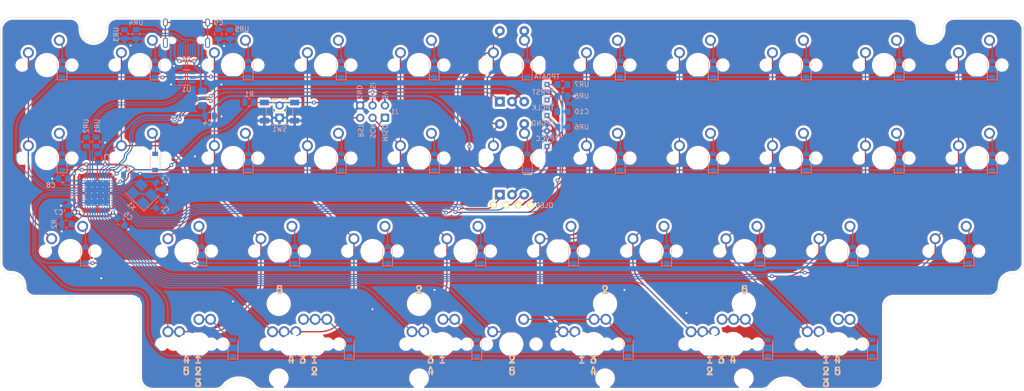
<source format=kicad_pcb>
(kicad_pcb (version 20211014) (generator pcbnew)
  (layers (0 "F.Cu" signal) (31 "B.Cu" signal) (34 "B.Paste" user) (35 "F.Paste" user) (36 "B.SilkS" user "B.Silkscreen") (37 "F.SilkS" user "F.Silkscreen") (38 "B.Mask" user) (39 "F.Mask" user) (44 "Edge.Cuts" user))
  (net 0 "")
  (net 1 "Net-(C1-Pad1)")
  (net 2 "GND")
  (net 3 "Net-(C2-Pad1)")
  (net 4 "Net-(C3-Pad1)")
  (net 5 "+5V")
  (net 6 "row0")
  (net 7 "Net-(D_SPACE1-Pad2)")
  (net 8 "Net-(D_SPACE2-Pad2)")
  (net 9 "Net-(D_SPACE3-Pad2)")
  (net 10 "Net-(D_SPACE4-Pad2)")
  (net 11 "Net-(D_SPACE5-Pad2)")
  (net 12 "Net-(D_SPACE6-Pad2)")
  (net 13 "Net-(D_SPACE7-Pad2)")
  (net 14 "Net-(D_SPACE8-Pad2)")
  (net 15 "Net-(D_SPACE9-Pad2)")
  (net 16 "Net-(D_SPACE10-Pad2)")
  (net 17 "Net-(D_SPACE11-Pad2)")
  (net 18 "row1")
  (net 19 "Net-(D_SPACE12-Pad2)")
  (net 20 "Net-(D_SPACE13-Pad2)")
  (net 21 "Net-(D_SPACE14-Pad2)")
  (net 22 "Net-(D_SPACE15-Pad2)")
  (net 23 "Net-(D_SPACE16-Pad2)")
  (net 24 "Net-(D_SPACE17-Pad2)")
  (net 25 "Net-(D_SPACE18-Pad2)")
  (net 26 "Net-(D_SPACE19-Pad2)")
  (net 27 "Net-(D_SPACE20-Pad2)")
  (net 28 "Net-(D_SPACE21-Pad2)")
  (net 29 "Net-(D_SPACE22-Pad2)")
  (net 30 "row2")
  (net 31 "Net-(D_SPACE23-Pad2)")
  (net 32 "Net-(D_SPACE24-Pad2)")
  (net 33 "Net-(D_SPACE25-Pad2)")
  (net 34 "Net-(D_SPACE26-Pad2)")
  (net 35 "Net-(D_SPACE27-Pad2)")
  (net 36 "Net-(D_SPACE29-Pad2)")
  (net 37 "Net-(D_SPACE30-Pad2)")
  (net 38 "Net-(D_SPACE31-Pad2)")
  (net 39 "Net-(D_SPACE32-Pad2)")
  (net 40 "Net-(D_SPACE33-Pad2)")
  (net 41 "row3")
  (net 42 "Net-(D_SPACE35-Pad2)")
  (net 43 "Net-(D_SPACE36-Pad2)")
  (net 44 "Net-(D_SPACE38-Pad2)")
  (net 45 "Net-(D_SPACE39-Pad2)")
  (net 46 "Net-(D_SPACE40-Pad2)")
  (net 47 "VCC")
  (net 48 "col0")
  (net 49 "col1")
  (net 50 "col3")
  (net 51 "col4")
  (net 52 "col5")
  (net 53 "col7")
  (net 54 "col8")
  (net 55 "col9")
  (net 56 "col10")
  (net 57 "col6")
  (net 58 "RST")
  (net 59 "Net-(R2-Pad2)")
  (net 60 "D-")
  (net 63 "D+")
  (net 64 "Net-(U2-Pad3)")
  (net 65 "Net-(U2-Pad4)")
  (net 69 "Net-(UR3-Pad1)")
  (net 70 "Net-(UR4-Pad1)")
  (net 73 "Net-(D_SPACE34-Pad2)")
  (net 74 "encB")
  (net 75 "encA")
  (net 76 "SDA")
  (net 77 "SCL")
  (net 78 "Net-(C9-Pad2)")
  (net 79 "col2")
  (net 81 "Net-(C10-Pad2)")
  (net 82 "PD5")
  (net 83 "PD2")
  (footprint "MX_Only:MXOnly-1U-NoLED" (layer "F.Cu") (at 119.0625 65.88125)
    (fp_text reference "K_SPACE4")
    (fp_text value "KEYSW")
  )
  (footprint "MX_Only:MXOnly-1U-NoLED" (layer "F.Cu") (at 157.1625 84.93125)
    (fp_text reference "K_SPACE17")
    (fp_text value "KEYSW")
  )
  (footprint "MX_Only:MXOnly-1U-NoLED" (layer "F.Cu") (at 185.7375 103.98125)
    (fp_text reference "K_SPACE30")
    (fp_text value "KEYSW")
  )
  (footprint "Connector_PinHeader_2.54mm:PinHeader_1x02_P2.54mm_Vertical" (layer "F.Cu") (at 109.537501 76.67625 180)
    (fp_text reference "SW5")
    (fp_text value "SW_PUSH")
  )
  (footprint "MX_Only:MXOnly-1.5U-NoLED" (layer "F.Cu") (at 171.45 123.03125)
    (fp_text reference "K_SPACE28")
    (fp_text value "KEYSW")
  )
  (footprint "MX_Only:MXOnly-1.25U-NoLED" (layer "F.Cu") (at 92.86875 123.03125)
    (fp_text reference "K_SPACE37")
    (fp_text value "KEYSW")
  )
  (footprint "MX_Only:MXOnly-1U-NoLED" (layer "F.Cu") (at 214.3125 65.88125)
    (fp_text reference "K_SPACE9")
    (fp_text value "KEYSW")
  )
  (footprint "MX_Only:MXOnly-1U-NoLED" (layer "F.Cu") (at 233.3625 84.93125)
    (fp_text reference "K_SPACE21")
    (fp_text value "KEYSW")
  )
  (footprint "MX_Only:MXOnly-1.5U-NoLED" (layer "F.Cu") (at 247.65 103.98125)
    (fp_text reference "K_SPACE33")
    (fp_text value "KEYSW")
  )
  (footprint "MX_Only:MXOnly-1.25U-NoLED" (layer "F.Cu") (at 202.40625 123.03125)
    (fp_text reference "K_SPACE41")
    (fp_text value "KEYSW")
  )
  (footprint "MX_Only:MXOnly-3U-ReversedStabilizers-NoSwitch" (layer "F.Cu") (at 157.1625 123.03125)
    (fp_text reference "K_SPACE40")
    (fp_text value "KEYSW")
  )
  (footprint "MX_Only:MXOnly-1U-NoLED" (layer "F.Cu") (at 119.0625 84.93125)
    (fp_text reference "K_SPACE15")
    (fp_text value "KEYSW")
  )
  (footprint "MX_Only:MXOnly-1U-NoLED" (layer "F.Cu") (at 114.3 123.03125)
    (fp_text reference "K_SPACE44")
    (fp_text value "KEYSW")
  )
  (footprint "MX_Only:MXOnly-1U-NoLED" (layer "F.Cu") (at 233.3625 65.88125)
    (fp_text reference "K_SPACE10")
    (fp_text value "KEYSW")
  )
  (footprint "MX_Only:MXOnly-1.25U-NoLED" (layer "F.Cu") (at 111.91875 123.03125)
    (fp_text reference "K_SPACE34")
    (fp_text value "KEYSW")
  )
  (footprint "MX_Only:MXOnly-1U-NoLED" (layer "F.Cu") (at 80.9625 65.88125)
    (fp_text reference "K_SPACE2")
    (fp_text value "KEYSW")
  )
  (footprint "MX_Only:MXOnly-1.25U-NoLED" (layer "F.Cu") (at 197.64375 123.03125)
    (fp_text reference "K_SPACE36")
    (fp_text value "KEYSW")
  )
  (footprint "MX_Only:MXOnly-1U-NoLED" (layer "F.Cu") (at 200.025 123.03125)
    (fp_text reference "K_SPACE47")
    (fp_text value "KEYSW")
  )
  (footprint "MX_Only:MXOnly-1U-NoLED" (layer "F.Cu") (at 100.0125 84.93125)
    (fp_text reference "K_SPACE14")
    (fp_text value "KEYSW")
  )
  (footprint "MX_Only:MXOnly-1U-NoLED" (layer "F.Cu") (at 223.8375 103.98125)
    (fp_text reference "K_SPACE32")
    (fp_text value "KEYSW")
  )
  (footprint "encoder:RotaryEncoder_Alps_EC11E-Switch_Vertical_H20mm" (layer "F.Cu") (at 154.6625 73.374486 90)
    (fp_text reference "SW2")
    (fp_text value "RotaryEncoder_Switch")
  )
  (footprint "encoder:RotaryEncoder_Alps_EC11E-Switch_Vertical_H20mm" (layer "F.Cu") (at 154.6625 92.428031 90)
    (fp_text reference "SW3")
    (fp_text value "RotaryEncoder_Switch")
  )
  (footprint "Button_Switch_SMD:SW_SPST_SKQG_WithoutStem" (layer "F.Cu") (at 109.537501 75.406249 180)
    (fp_text reference "SW6")
    (fp_text value "SW_PUSH")
  )
  (footprint "MX_Only:MXOnly-1.75U-NoLED" (layer "F.Cu") (at 140.49375 123.03125)
    (fp_text reference "K_SPACE45")
    (fp_text value "KEYSW")
  )
  (footprint "MX_Only:MXOnly-1U-NoLED" (layer "F.Cu") (at 128.5875 103.98125)
    (fp_text reference "K_SPACE26")
    (fp_text value "KEYSW")
  )
  (footprint "MX_Only:MXOnly-1U-NoLED" (layer "F.Cu") (at 109.5375 103.98125)
    (fp_text reference "K_SPACE25")
    (fp_text value "KEYSW")
  )
  (footprint "MX_Only:MXOnly-1U-NoLED" (layer "F.Cu") (at 195.2625 65.88125)
    (fp_text reference "K_SPACE8")
    (fp_text value "KEYSW")
  )
  (footprint "MX_Only:MXOnly-6U-Centered-ReversedStabilizers-NoLED" (layer "F.Cu") (at 157.00375 123.03125)
    (fp_text reference "K_SPACE46")
    (fp_text value "KEYSW")
  )
  (footprint "MX_Only:MXOnly-1U-NoLED" (layer "F.Cu") (at 90.4875 123.03125)
    (fp_text reference "K_SPACE43")
    (fp_text value "KEYSW")
  )
  (footprint "MX_Only:MXOnly-1U-NoLED" (layer "F.Cu") (at 214.3125 84.93125)
    (fp_text reference "K_SPACE20")
    (fp_text value "KEYSW")
  )
  (footprint "MX_Only:MXOnly-1U-NoLED" (layer "F.Cu") (at 223.8375 123.03125)
    (fp_text reference "K_SPACE48")
    (fp_text value "KEYSW")
  )
  (footprint "kbd:OLED_v2" (layer "F.Cu") (at 157.1625 94.554586)
    (fp_text reference "OL1")
    (fp_text value "OLED" hide)
  )
  (footprint "MX_Only:MXOnly-1.25U-NoLED" (layer "F.Cu") (at 116.68125 123.03125)
    (fp_text reference "K_SPACE38")
    (fp_text value "KEYSW")
  )
  (footprint "MX_Only:MXOnly-1U-NoLED" (layer "F.Cu") (at 252.4125 65.88125)
    (fp_text reference "K_SPACE11")
    (fp_text value "KEYSW")
  )
  (footprint "MX_Only:MXOnly-1U-NoLED" (layer "F.Cu") (at 195.2625 84.93125)
    (fp_text reference "K_SPACE19")
    (fp_text value "KEYSW")
  )
  (footprint "MX_Only:MXOnly-1.5U-NoLED" (layer "F.Cu") (at 142.875 123.03125)
    (fp_text reference "K_SPACE39")
    (fp_text value "KEYSW")
  )
  (footprint "MX_Only:MXOnly-1.5U-NoLED" (layer "F.Cu") (at 66.675 103.98125)
    (fp_text reference "K_SPACE23")
    (fp_text value "KEYSW")
  )
  (footprint "MX_Only:MXOnly-1U-NoLED" (layer "F.Cu") (at 138.1125 84.93125)
    (fp_text reference "K_SPACE16")
    (fp_text value "KEYSW")
  )
  (footprint "MX_Only:MXOnly-1U-NoLED" (layer "F.Cu") (at 61.9125 84.93125)
    (fp_text reference "K_SPACE12")
    (fp_text value "KEYSW")
  )
  (footprint "MX_Only:MXOnly-1U-NoLED" (layer "F.Cu") (at 252.4125 84.93125)
    (fp_text reference "K_SPACE22")
    (fp_text value "KEYSW")
  )
  (footprint "MX_Only:MXOnly-1.25U-NoLED" (layer "F.Cu") (at 221.45625 123.03125)
    (fp_text reference "K_SPACE42")
    (fp_text value "KEYSW")
  )
  (footprint "MX_Only:MXOnly-1U-NoLED" (layer "F.Cu") (at 100.0125 65.88125)
    (fp_text reference "K_SPACE3")
    (fp_text value "KEYSW")
  )
  (footprint "MX_Only:MXOnly-1U-NoLED" (layer "F.Cu") (at 176.2125 65.88125)
    (fp_text reference "K_SPACE7")
    (fp_text value "KEYSW")
  )
  (footprint "MX_Only:MXOnly-1U-NoLED" (layer "F.Cu") (at 157.1625 65.88125)
    (fp_text reference "K_SPACE6")
    (fp_text value "KEYSW")
  )
  (footprint "MX_Only:MXOnly-1U-NoLED" (layer "F.Cu") (at 166.6875 103.98125)
    (fp_text reference "K_SPACE29")
    (fp_text value "KEYSW")
  )
  (footprint "MX_Only:MXOnly-1U-NoLED" (layer "F.Cu") (at 138.1125 65.88125)
    (fp_text reference "K_SPACE5")
    (fp_text value "KEYSW")
  )
  (footprint "MX_Only:MXOnly-1.75U-NoLED" (layer "F.Cu") (at 173.83125 123.03125)
    (fp_text reference "K_SPACE35")
    (fp_text value "KEYSW")
  )
  (footprint "MX_Only:MXOnly-1U-NoLED" (layer "F.Cu") (at 147.6375 103.98125)
    (fp_text reference "K_SPACE27")
    (fp_text value "KEYSW")
  )
  (footprint "MX_Only:MXOnly-1U-NoLED" (layer "F.Cu") (at 90.4875 103.98125)
    (fp_text reference "K_SPACE24")
    (fp_text value "KEYSW")
  )
  (footprint "MX_Only:MXOnly-1U-NoLED" (layer "F.Cu") (at 176.2125 84.93125)
    (fp_text reference "K_SPACE18")
    (fp_text value "KEYSW")
  )
  (footprint "MX_Only:MXOnly-1U-NoLED" (layer "F.Cu") (at 204.7875 103.98125)
    (fp_text reference "K_SPACE31")
    (fp_text value "KEYSW")
  )
  (footprint "MX_Only:MXOnly-1U-NoLED" (layer "F.Cu") (at 61.9125 65.88125)
    (fp_text reference "K_SPACE1")
    (fp_text value "KEYSW")
  )
  (footprint "MX_Only:MXOnly-1U-NoLED" (layer "F.Cu") (at 80.9625 84.93125)
    (fp_text reference "K_SPACE13")
    (fp_text value "KEYSW")
  )
  (footprint "Diode_SMD:D_SOD-123" (layer "B.Cu") (at 160.29844 85.725 90)
    (fp_text reference "D_SPACE17")
    (fp_text value "D")
  )
  (footprint "Diode_SMD:D_SOD-123" (layer "B.Cu") (at 100.0125 123.825 90)
    (fp_text reference "D_SPACE34")
    (fp_text value "D")
  )
  (footprint "Diode_SMD:D_SOD-123" (layer "B.Cu") (at 141.212656 66.675 90)
    (fp_text reference "D_SPACE5")
    (fp_text value "D")
  )
  (footprint "Diode_SMD:D_SOD-123" (layer "B.Cu") (at 65.014844 66.675 90)
    (fp_text reference "D_SPACE1")
    (fp_text value "D")
  )
  (footprint "Diode_SMD:D_SOD-123" (layer "B.Cu") (at 226.942192 104.775 90)
    (fp_text reference "D_SPACE32")
    (fp_text value "D")
  )
  (footprint "Crystal:Crystal_SMD_3225-4Pin_3.2x2.5mm_HandSoldering" (layer "B.Cu") (at 81.423864 92.25431 135)
    (fp_text reference "X1")
    (fp_text value "Crystal_GND24_Small")
  )
  (footprint "Diode_SMD:D_SOD-123" (layer "B.Cu") (at 149.949808 123.825 90)
    (fp_text reference "D_SPACE36")
    (fp_text value "D")
  )
  (footprint "TestPoint:TestPoint_THTPad_1.0x1.0mm_Drill0.5mm" (layer "B.Cu") (at 164.30625 76.2 -90)
    (fp_text reference "TP1")
    (fp_text value "TPCLK")
  )
  (footprint "Package_TO_SOT_SMD:SOT-23-6" (layer "B.Cu") (at 90.4875 68.41875)
    (fp_text reference "U1")
    (fp_text value "SRV05-4")
  )
  (footprint "Resistor_SMD:R_0805_2012Metric" (layer "B.Cu") (at 99.38258 59.55125 -90)
    (fp_text reference "UR5")
    (fp_text value "1M")
  )
  (footprint "Fuse:Fuse_1206_3216Metric_Pad1.42x1.75mm_HandSolder" (layer "B.Cu") (at 93.735235 72.673285 -90)
    (fp_text reference "F1")
    (fp_text value "Polyfuse_Small")
  )
  (footprint "TestPoint:TestPoint_THTPad_1.0x1.0mm_Drill0.5mm" (layer "B.Cu") (at 164.30625 69.85 -90)
    (fp_text reference "TP4")
    (fp_text value "TPDATA")
  )
  (footprint "Diode_SMD:D_SOD-123" (layer "B.Cu") (at 180.975 123.825 90)
    (fp_text reference "D_SPACE38")
    (fp_text value "D")
  )
  (footprint "Diode_SMD:D_SOD-123" (layer "B.Cu") (at 112.63971 104.775 90)
    (fp_text reference "D_SPACE25")
    (fp_text value "D")
  )
  (footprint "Resistor_SMD:R_0805_2012Metric" (layer "B.Cu") (at 77.7875 59.53125 -90)
    (fp_text reference "UR3")
    (fp_text value "5.1k")
  )
  (footprint "Diode_SMD:D_SOD-123" (layer "B.Cu") (at 179.340628 85.725 90)
    (fp_text reference "D_SPACE18")
    (fp_text value "D")
  )
  (footprint "Package_DFN_QFN:QFN-44-1EP_7x7mm_P0.5mm_EP5.2x5.2mm_ThermalVias" (layer "B.Cu") (at 72.23125 92.075 -90)
    (fp_text reference "U2")
    (fp_text value "ATmega32U4-M")
  )
  (footprint "Diode_SMD:D_SOD-123" (layer "B.Cu") (at 217.410468 66.675 90)
    (fp_text reference "D_SPACE9")
    (fp_text value "D")
  )
  (footprint "Diode_SMD:D_SOD-123" (layer "B.Cu") (at 84.064297 85.725 90)
    (fp_text reference "D_SPACE13")
    (fp_text value "D")
  )
  (footprint "Capacitor_SMD:C_0805_2012Metric" (layer "B.Cu") (at 84.93125 90.609499 -45)
    (fp_text reference "C2")
    (fp_text value "22p")
  )
  (footprint "Capacitor_SMD:C_0805_2012Metric" (layer "B.Cu") (at 95.251355 76.295266)
    (fp_text reference "C4")
    (fp_text value "10uF")
  )
  (footprint "Diode_SMD:D_SOD-123" (layer "B.Cu") (at 123.825 123.825 90)
    (fp_text reference "D_SPACE35")
    (fp_text value "D")
  )
  (footprint "Diode_SMD:D_SOD-123" (layer "B.Cu") (at 65.014844 85.725 90)
    (fp_text reference "D_SPACE12")
    (fp_text value "D")
  )
  (footprint "Diode_SMD:D_SOD-123" (layer "B.Cu") (at 169.790949 104.775 90)
    (fp_text reference "D_SPACE29")
    (fp_text value "D")
  )
  (footprint "Capacitor_SMD:C_0805_2012Metric_Pad1.18x1.45mm_HandSolder" (layer "B.Cu") (at 167.48125 75.40625 180)
    (fp_text reference "C10")
    (fp_text value "2.2uF")
  )
  (footprint "TestPoint:TestPoint_THTPad_1.0x1.0mm_Drill0.5mm" (layer "B.Cu") (at 164.30625 82.55 -90)
    (fp_text reference "TP2")
    (fp_text value "TPVCC")
  )
  (footprint "Diode_SMD:D_SOD-123" (layer "B.Cu") (at 84.064297 66.675 90)
    (fp_text reference "D_SPACE2")
    (fp_text value "D")
  )
  (footprint "TestPoint:TestPoint_THTPad_1.0x1.0mm_Drill0.5mm" (layer "B.Cu") (at 164.30625 79.375 -90)
    (fp_text reference "TP3")
    (fp_text value "TPGND")
  )
  (footprint "Resistor_SMD:R_0805_2012Metric" (layer "B.Cu") (at 71.972829 81.585802 -90)
    (fp_text reference "UR1")
    (fp_text value "22")
  )
  (footprint "Diode_SMD:D_SOD-123" (layer "B.Cu") (at 217.425004 85.725 90)
    (fp_text reference "D_SPACE20")
    (fp_text value "D")
  )
  (footprint "Diode_SMD:D_SOD-123" (layer "B.Cu") (at 93.589297 104.775 90)
    (fp_text reference "D_SPACE24")
    (fp_text value "D")
  )
  (footprint "Diode_SMD:D_SOD-123" (layer "B.Cu") (at 236.467192 85.725 90)
    (fp_text reference "D_SPACE21")
    (fp_text value "D")
  )
  (footprint "Diode_SMD:D_SOD-123" (layer "B.Cu") (at 122.163203 85.725 90)
    (fp_text reference "D_SPACE15")
    (fp_text value "D")
  )
  (footprint "Diode_SMD:D_SOD-123" (layer "B.Cu") (at 131.690123 104.775 90)
    (fp_text reference "D_SPACE26")
    (fp_text value "D")
  )
  (footprint "Resistor_SMD:R_0805_2012Metric" (layer "B.Cu") (at 65.88125 98.425)
    (fp_text reference "R2")
    (fp_text value "10k")
  )
  (footprint "Diode_SMD:D_SOD-123" (layer "B.Cu") (at 141.256252 85.725 90)
    (fp_text reference "D_SPACE16")
    (fp_text value "D")
  )
  (footprint "Diode_SMD:D_SOD-123" (layer "B.Cu") (at 103.11375 85.725 90)
    (fp_text reference "D_SPACE14")
    (fp_text value "D")
  )
  (footprint "TestPoint:TestPoint_THTPad_1.0x1.0mm_Drill0.5mm" (layer "B.Cu") (at 164.30625 73.025 -90)
    (fp_text reference "TP5")
    (fp_text value "TPRST")
  )
  (footprint "Diode_SMD:D_SOD-123" (layer "B.Cu") (at 188.841362 104.775 90)
    (fp_text reference "D_SPACE30")
    (fp_text value "D")
  )
  (footprint "Resistor_SMD:R_0805_2012Metric_Pad1.20x1.40mm_HandSolder" (layer "B.Cu") (at 167.48125 72.23125)
    (fp_text reference "UR8")
    (fp_text value "100k")
  )
  (footprint "Button_Switch_SMD:SW_SPST_SKQG_WithoutStem" (layer "B.Cu") (at 109.537501 75.406249)
    (fp_text reference "SW1")
    (fp_text value "SW_PUSH")
  )
  (footprint "Capacitor_SMD:C_0805_2012Metric" (layer "B.Cu") (at 78.546625 88.395622)
    (fp_text reference "C6")
    (fp_text value "0.1uf")
  )
  (footprint "Diode_SMD:D_SOD-123" (layer "B.Cu") (at 122.163203 66.675 90)
    (fp_text reference "D_SPACE4")
    (fp_text value "D")
  )
  (footprint "Capacitor_SMD:C_0805_2012Metric" (layer "B.Cu") (at 84.93125 94.45625 45)
    (fp_text reference "C1")
    (fp_text value "22p")
  )
  (footprint "Diode_SMD:D_SOD-123" (layer "B.Cu") (at 255.509381 66.675 90)
    (fp_text reference "D_SPACE11")
    (fp_text value "D")
  )
  (footprint "Capacitor_SMD:C_0805_2012Metric" (layer "B.Cu") (at 65.196724 89.155308 180)
    (fp_text reference "C8")
    (fp_text value "0.1uf")
  )
  (footprint "Resistor_SMD:R_0805_2012Metric" (layer "B.Cu") (at 69.972829 81.585804 -90)
    (fp_text reference "UR2")
    (fp_text value "22")
  )
  (footprint "Diode_SMD:D_SOD-123" (layer "B.Cu") (at 236.459921 66.675 90)
    (fp_text reference "D_SPACE10")
    (fp_text value "D")
  )
  (footprint "Diode_SMD:D_SOD-123" (layer "B.Cu") (at 230.98125 123.825 90)
    (fp_text reference "D_SPACE40")
    (fp_text value "D")
  )
  (footprint "Resistor_SMD:R_0805_2012Metric_Pad1.20x1.40mm_HandSolder" (layer "B.Cu") (at 167.48125 69.85)
    (fp_text reference "UR7")
    (fp_text value "4.7k")
  )
  (footprint "Diode_SMD:D_SOD-123" (layer "B.Cu") (at 198.361015 66.675 90)
    (fp_text reference "D_SPACE8")
    (fp_text value "D")
  )
  (footprint "Diode_SMD:D_SOD-123" (layer "B.Cu") (at 209.55 123.825 90)
    (fp_text reference "D_SPACE39")
    (fp_text value "D")
  )
  (footprint "Capacitor_SMD:C_0805_2012Metric" (layer "B.Cu") (at 72.412124 84.994574 90)
    (fp_text reference "C3")
    (fp_text value "1uf")
  )
  (footprint "Diode_SMD:D_SOD-123" (layer "B.Cu") (at 103.11375 66.675 90)
    (fp_text reference "D_SPACE3")
    (fp_text value "D")
  )
  (footprint "Capacitor_SMD:C_0805_2012Metric" (layer "B.Cu") (at 77.057531 97.992178 -45)
    (fp_text reference "C5")
    (fp_text value "0.1uf")
  )
  (footprint "Capacitor_SMD:C_0805_2012Metric" (layer "B.Cu") (at 66.318507 95.651211 90)
    (fp_text reference "C7")
    (fp_text value "0.1uf")
  )
  (footprint "Diode_SMD:D_SOD-123" (layer "B.Cu") (at 150.740536 104.775 90)
    (fp_text reference "D_SPACE27")
    (fp_text value "D")
  )
  (footprint "Diode_SMD:D_SOD-123" (layer "B.Cu") (at 69.787601 104.775 90)
    (fp_text reference "D_SPACE23")
    (fp_text value "D")
  )
  (footprint "Diode_SMD:D_SOD-123" (layer "B.Cu") (at 207.891775 104.775 90)
    (fp_text reference "D_SPACE31")
    (fp_text value "D")
  )
  (footprint "Diode_SMD:D_SOD-123" (layer "B.Cu") (at 179.311562 66.675 90)
    (fp_text reference "D_SPACE7")
    (fp_text value "D")
  )
  (footprint "Resistor_SMD:R_0805_2012Metric_Pad1.20x1.40mm_HandSolder" (layer "B.Cu") (at 167.48125 78.58125 180)
    (fp_text reference "UR6")
    (fp_text value "4.7k")
  )
  (footprint "Capacitor_SMD:C_0805_2012Metric" (layer "B.Cu") (at 97.00133 59.55125 90)
    (fp_text reference "C9")
    (fp_text value "4.7uF")
  )
  (footprint "Diode_SMD:D_SOD-123" (layer "B.Cu") (at 250.745349 104.775 90)
    (fp_text reference "D_SPACE33")
    (fp_text value "D")
  )
  (footprint "Type-C:HRO-TYPE-C-31-M-12-HandSoldering" (layer "B.Cu") (at 90.4875 54.548938)
    (fp_text reference "USB1")
    (fp_text value "HRO-TYPE-C-31-M-12")
  )
  (footprint "Resistor_SMD:R_0805_2012Metric" (layer "B.Cu") (at 103.330218 73.506249 180)
    (fp_text reference "R1")
    (fp_text value "10k")
  )
  (footprint "Connector_IDC:IDC-Header_2x03_P2.54mm_Vertical" (layer "B.Cu") (at 131.1325 76.684856 90)
    (fp_text reference "J1")
    (fp_text value "AVR-ISP-6")
  )
  (footprint "Diode_SMD:D_SOD-123" (layer "B.Cu") (at 198.382816 85.725 90)
    (fp_text reference "D_SPACE19")
    (fp_text value "D")
  )
  (footprint "Diode_SMD:D_SOD-123" (layer "B.Cu") (at 255.509381 85.725 90)
    (fp_text reference "D_SPACE22")
    (fp_text value "D")
  )
  (footprint "Resistor_SMD:R_0805_2012Metric" (layer "B.Cu") (at 80.16875 59.53125 -90)
    (fp_text reference "UR4")
    (fp_text value "5.1k")
  )
  (footprint "Diode_SMD:D_SOD-123" (layer "B.Cu") (at 160.262109 66.675 90)
    (fp_text reference "D_SPACE6")
    (fp_text value "D")
  )
  (gr_line (start 80.891375 115.213518) (end 80.891375 129.863517) (layer "Edge.Cuts") (width 0.05))
  (gr_line (start 52.316375 58.713518) (end 52.316375 106.322518) (layer "Edge.Cuts") (width 0.05))
  (gr_arc (start 98.198667 131.607615) (mid 97.427306 132.237982) (end 96.457 132.463518) (layer "Edge.Cuts") (width 0.05))
  (gr_arc (start 52.316375 58.713518) (mid 53.077897 56.87504) (end 54.916375 56.113517) (layer "Edge.Cuts") (width 0.05))
  (gr_line (start 262.016375 106.322518) (end 262.016375 58.713518) (layer "Edge.Cuts") (width 0.05))
  (gr_arc (start 73.991375 58.313518) (mid 74.63574 56.757883) (end 76.191374 56.113517) (layer "Edge.Cuts") (width 0.05))
  (gr_line (start 259.67575 108.522518) (end 259.816375 108.522518) (layer "Edge.Cuts") (width 0.05))
  (gr_arc (start 257.125749 111.213517) (mid 256.481385 112.769152) (end 254.92575 113.413516) (layer "Edge.Cuts") (width 0.05))
  (gr_arc (start 210.117416 131.607615) (mid 213.12575 130.129237) (end 216.134083 131.607615) (layer "Edge.Cuts") (width 0.05))
  (gr_line (start 57.207375 111.072517) (end 57.207375 111.213518) (layer "Edge.Cuts") (width 0.05))
  (gr_arc (start 257.125749 111.072517) (mid 257.872628 109.269395) (end 259.67575 108.522518) (layer "Edge.Cuts") (width 0.05))
  (gr_line (start 54.516375 108.522518) (end 54.657375 108.522518) (layer "Edge.Cuts") (width 0.05))
  (gr_line (start 105.957 132.463518) (end 208.37575 132.463518) (layer "Edge.Cuts") (width 0.05))
  (gr_arc (start 79.091376 113.413517) (mid 80.364167 113.940726) (end 80.891375 115.213518) (layer "Edge.Cuts") (width 0.05))
  (gr_arc (start 98.198667 131.607615) (mid 101.207 130.129238) (end 104.215333 131.607615) (layer "Edge.Cuts") (width 0.05))
  (gr_arc (start 105.957 132.463518) (mid 104.986694 132.237982) (end 104.215333 131.607615) (layer "Edge.Cuts") (width 0.05))
  (gr_arc (start 54.657375 108.522518) (mid 56.460497 109.269396) (end 57.207375 111.072517) (layer "Edge.Cuts") (width 0.05))
  (gr_line (start 59.407375 113.413517) (end 79.091376 113.413517) (layer "Edge.Cuts") (width 0.05))
  (gr_line (start 238.141376 56.113517) (end 93.411943 56.113517) (layer "Edge.Cuts") (width 0.05))
  (gr_line (start 87.581943 56.113517) (end 76.191374 56.113517) (layer "Edge.Cuts") (width 0.05))
  (gr_line (start 233.441375 129.863517) (end 233.441375 115.213518) (layer "Edge.Cuts") (width 0.05))
  (gr_line (start 257.125749 111.213517) (end 257.125749 111.072517) (layer "Edge.Cuts") (width 0.05))
  (gr_arc (start 262.016375 106.322518) (mid 261.37201 107.878153) (end 259.816375 108.522518) (layer "Edge.Cuts") (width 0.05))
  (gr_arc (start 83.491375 132.463518) (mid 81.652897 131.701996) (end 80.891375 129.863517) (layer "Edge.Cuts") (width 0.05))
  (gr_line (start 259.416374 56.113517) (end 247.641375 56.113519) (layer "Edge.Cuts") (width 0.05))
  (gr_arc (start 66.691375 56.113519) (mid 68.24701 56.757883) (end 68.891374 58.313518) (layer "Edge.Cuts") (width 0.05))
  (gr_arc (start 245.441376 58.713517) (mid 242.891377 61.263518) (end 240.341375 58.713518) (layer "Edge.Cuts") (width 0.05))
  (gr_line (start 93.411943 56.113517) (end 87.581943 56.113517) (layer "Edge.Cuts") (width 0.05))
  (gr_arc (start 210.117416 131.607615) (mid 209.346055 132.237981) (end 208.37575 132.463518) (layer "Edge.Cuts") (width 0.05))
  (gr_line (start 235.241374 113.413517) (end 254.92575 113.413516) (layer "Edge.Cuts") (width 0.05))
  (gr_arc (start 233.441375 115.213518) (mid 233.968583 113.940726) (end 235.241374 113.413517) (layer "Edge.Cuts") (width 0.05))
  (gr_line (start 217.87575 132.463518) (end 230.841375 132.463518) (layer "Edge.Cuts") (width 0.05))
  (gr_line (start 66.691375 56.113519) (end 54.916375 56.113517) (layer "Edge.Cuts") (width 0.05))
  (gr_line (start 68.891374 58.713517) (end 68.891374 58.313518) (layer "Edge.Cuts") (width 0.05))
  (gr_arc (start 245.441376 58.313518) (mid 246.085741 56.757884) (end 247.641375 56.113519) (layer "Edge.Cuts") (width 0.05))
  (gr_arc (start 59.407375 113.413517) (mid 57.85174 112.769152) (end 57.207375 111.213518) (layer "Edge.Cuts") (width 0.05))
  (gr_line (start 73.991375 58.313518) (end 73.991375 58.713518) (layer "Edge.Cuts") (width 0.05))
  (gr_line (start 240.341375 58.713518) (end 240.341375 58.313518) (layer "Edge.Cuts") (width 0.05))
  (gr_arc (start 73.991375 58.713518) (mid 71.441374 61.26349) (end 68.891374 58.713517) (layer "Edge.Cuts") (width 0.05))
  (gr_arc (start 233.441375 129.863517) (mid 232.679853 131.701996) (end 230.841375 132.463518) (layer "Edge.Cuts") (width 0.05))
  (gr_arc (start 238.141376 56.113517) (mid 239.697011 56.757883) (end 240.341375 58.313518) (layer "Edge.Cuts") (width 0.05))
  (gr_arc (start 259.416374 56.113517) (mid 261.254854 56.875038) (end 262.016375 58.713518) (layer "Edge.Cuts") (width 0.05))
  (gr_line (start 83.491375 132.463518) (end 96.457 132.463518) (layer "Edge.Cuts") (width 0.05))
  (gr_arc (start 217.87575 132.463518) (mid 216.905444 132.237982) (end 216.134083 131.607615) (layer "Edge.Cuts") (width 0.05))
  (gr_line (start 245.441376 58.313518) (end 245.441376 58.713517) (layer "Edge.Cuts") (width 0.05))
  (gr_arc (start 54.516375 108.522518) (mid 52.96074 107.878153) (end 52.316375 106.322518) (layer "Edge.Cuts") (width 0.05))
  (gr_text "5" (at 157.1625 128.5875) (layer "B.SilkS") (effects (font (size 1.5 1.5) (thickness 0.3)) (justify mirror)))
  (gr_text "2" (at 157.1625 126.20625) (layer "B.SilkS") (effects (font (size 1.5 1.5) (thickness 0.3)) (justify mirror)))
  (gr_text "4" (at 223.8375 126.20625) (layer "B.SilkS") (effects (font (size 1.5 1.5) (thickness 0.3)) (justify mirror)))
  (gr_text "2" (at 92.86875 128.5875) (layer "B.SilkS") (effects (font (size 1.5 1.5) (thickness 0.3)) (justify mirror)))
  (gr_text "3" (at 92.86875 130.96875) (layer "B.SilkS") (effects (font (size 1.5 1.5) (thickness 0.3)) (justify mirror)))
  (gr_text "4" (at 202.40625 126.20625) (layer "B.SilkS") (effects (font (size 1.5 1.5) (thickness 0.3)) (justify mirror)))
  (gr_text "3" (at 173.83125 126.20625) (layer "B.SilkS") (effects (font (size 1.5 1.5) (thickness 0.3)) (justify mirror)))
  (gr_text "2" (at 221.45625 128.5875) (layer "B.SilkS") (effects (font (size 1.5 1.5) (thickness 0.3)) (justify mirror)))
  (gr_text "2" (at 197.64375 128.5875) (layer "B.SilkS") (effects (font (size 1.5 1.5) (thickness 0.3)) (justify mirror)))
  (gr_text "1" (at 171.45 126.20625) (layer "B.SilkS") (effects (font (size 1.5 1.5) (thickness 0.3)) (justify mirror)))
  (gr_text "1" (at 197.64375 126.20625) (layer "B.SilkS") (effects (font (size 1.5 1.5) (thickness 0.3)) (justify mirror)))
  (gr_text "1" (at 116.68125 126.20625) (layer "B.SilkS") (effects (font (size 1.5 1.5) (thickness 0.3)) (justify mirror)))
  (gr_text "2" (at 138.1125 111.91875) (layer "B.SilkS") (effects (font (size 1.5 1.5) (thickness 0.3)) (justify mirror)))
  (gr_text "5" (at 204.7875 111.91875) (layer "B.SilkS") (effects (font (size 1.5 1.5) (thickness 0.3)) (justify mirror)))
  (gr_text "1" (at 92.86875 126.20625) (layer "B.SilkS") (effects (font (size 1.5 1.5) (thickness 0.3)) (justify mirror)))
  (gr_text "3" (at 114.3 126.20625) (layer "B.SilkS") (effects (font (size 1.5 1.5) (thickness 0.3)) (justify mirror)))
  (gr_text "3" (at 200.025 126.20625) (layer "B.SilkS") (effects (font (size 1.5 1.5) (thickness 0.3)) (justify mirror)))
  (gr_text "3" (at 221.45625 130.96875) (layer "B.SilkS") (effects (font (size 1.5 1.5) (thickness 0.3)) (justify mirror)))
  (gr_text "4" (at 173.83125 128.5875) (layer "B.SilkS") (effects (font (size 1.5 1.5) (thickness 0.3)) (justify mirror)))
  (gr_text "3" (at 140.49375 126.20625) (layer "B.SilkS") (effects (font (size 1.5 1.5) (thickness 0.3)) (justify mirror)))
  (gr_text "4" (at 140.49375 128.5875) (layer "B.SilkS") (effects (font (size 1.5 1.5) (thickness 0.3)) (justify mirror)))
  (gr_text "4" (at 111.91875 126.20625) (layer "B.SilkS") (effects (font (size 1.5 1.5) (thickness 0.3)) (justify mirror)))
  (gr_text "2" (at 176.2125 111.91875) (layer "B.SilkS") (effects (font (size 1.5 1.5) (thickness 0.3)) (justify mirror)))
  (gr_text "4" (at 90.4875 126.20625) (layer "B.SilkS") (effects (font (size 1.5 1.5) (thickness 0.3)) (justify mirror)))
  (gr_text "5" (at 223.8375 128.5875) (layer "B.SilkS") (effects (font (size 1.5 1.5) (thickness 0.3)) (justify mirror)))
  (gr_text "5" (at 90.43379 128.562523) (layer "B.SilkS") (effects (font (size 1.5 1.5) (thickness 0.3)) (justify mirror)))
  (gr_text "2" (at 116.68125 128.5875) (layer "B.SilkS") (effects (font (size 1.5 1.5) (thickness 0.3)) (justify mirror)))
  (gr_text "1" (at 221.45625 126.20625) (layer "B.SilkS") (effects (font (size 1.5 1.5) (thickness 0.3)) (justify mirror)))
  (gr_text "5" (at 109.5375 111.91875) (layer "B.SilkS") (effects (font (size 1.5 1.5) (thickness 0.3)) (justify mirror)))
  (gr_text "1" (at 142.875 126.20625) (layer "B.SilkS") (effects (font (size 1.5 1.5) (thickness 0.3)) (justify mirror)))
  (gr_text "3" (at 114.3 126.20625) (layer "F.SilkS") (effects (font (size 1.5 1.5) (thickness 0.3))))
  (gr_text "3" (at 140.49375 126.20625) (layer "F.SilkS") (effects (font (size 1.5 1.5) (thickness 0.3))))
  (gr_text "1" (at 171.45 126.20625) (layer "F.SilkS") (effects (font (size 1.5 1.5) (thickness 0.3))))
  (gr_text "5" (at 223.8375 128.5875) (layer "F.SilkS") (effects (font (size 1.5 1.5) (thickness 0.3))))
  (gr_text "1" (at 142.875 126.20625) (layer "F.SilkS") (effects (font (size 1.5 1.5) (thickness 0.3))))
  (gr_text "1" (at 221.45625 126.20625) (layer "F.SilkS") (effects (font (size 1.5 1.5) (thickness 0.3))))
  (gr_text "3" (at 92.86875 130.96875) (layer "F.SilkS") (effects (font (size 1.5 1.5) (thickness 0.3))))
  (gr_text "4" (at 202.40625 126.20625) (layer "F.SilkS") (effects (font (size 1.5 1.5) (thickness 0.3))))
  (gr_text "2" (at 116.68125 128.5875) (layer "F.SilkS") (effects (font (size 1.5 1.5) (thickness 0.3))))
  (gr_text "1" (at 92.86875 126.20625) (layer "F.SilkS") (effects (font (size 1.5 1.5) (thickness 0.3))))
  (gr_text "2" (at 221.45625 128.5875) (layer "F.SilkS") (effects (font (size 1.5 1.5) (thickness 0.3))))
  (gr_text "2" (at 197.64375 128.5875) (layer "F.SilkS") (effects (font (size 1.5 1.5) (thickness 0.3))))
  (gr_text "5" (at 204.7875 111.91875) (layer "F.SilkS") (effects (font (size 1.5 1.5) (thickness 0.3))))
  (gr_text "2" (at 157.1625 126.20625) (layer "F.SilkS") (effects (font (size 1.5 1.5) (thickness 0.3))))
  (gr_text "2" (at 92.86875 128.5875) (layer "F.SilkS") (effects (font (size 1.5 1.5) (thickness 0.3))))
  (gr_text "3" (at 221.45625 130.96875) (layer "F.SilkS") (effects (font (size 1.5 1.5) (thickness 0.3))))
  (gr_text "5" (at 157.1625 128.5875) (layer "F.SilkS") (effects (font (size 1.5 1.5) (thickness 0.3))))
  (gr_text "4" (at 140.49375 128.5875) (layer "F.SilkS") (effects (font (size 1.5 1.5) (thickness 0.3))))
  (gr_text "4" (at 111.91875 126.20625) (layer "F.SilkS") (effects (font (size 1.5 1.5) (thickness 0.3))))
  (gr_text "5" (at 90.43379 128.562523) (layer "F.SilkS") (effects (font (size 1.5 1.5) (thickness 0.3))))
  (gr_text "3" (at 200.025 126.20625) (layer "F.SilkS") (effects (font (size 1.5 1.5) (thickness 0.3))))
  (gr_text "2" (at 138.1125 111.91875) (layer "F.SilkS") (effects (font (size 1.5 1.5) (thickness 0.3))))
  (gr_text "4" (at 90.4875 126.20625) (layer "F.SilkS") (effects (font (size 1.5 1.5) (thickness 0.3))))
  (gr_text "2" (at 176.2125 111.91875) (layer "F.SilkS") (effects (font (size 1.5 1.5) (thickness 0.3))))
  (gr_text "1" (at 197.64375 126.20625) (layer "F.SilkS") (effects (font (size 1.5 1.5) (thickness 0.3))))
  (gr_text "3" (at 173.83125 126.20625) (layer "F.SilkS") (effects (font (size 1.5 1.5) (thickness 0.3))))
  (gr_text "4" (at 173.83125 128.5875) (layer "F.SilkS") (effects (font (size 1.5 1.5) (thickness 0.3))))
  (gr_text "5" (at 109.5375 111.91875) (layer "F.SilkS") (effects (font (size 1.5 1.5) (thickness 0.3))))
  (gr_text "1" (at 116.68125 126.20625) (layer "F.SilkS") (effects (font (size 1.5 1.5) (thickness 0.3))))
  (gr_text "4" (at 223.8375 126.20625) (layer "F.SilkS") (effects (font (size 1.5 1.5) (thickness 0.3))))
  (segment (start 83.465354 95.25) (end 84.051233 95.25) (width 0.254) (layer "B.Cu") (net 1))
  (segment (start 82.214602 94.671394) (end 82.317929 94.774721) (width 0.254) (layer "B.Cu") (net 1))
  (segment (start 78.716591 93.330228) (end 78.130502 92.744139) (width 0.254) (layer "B.Cu") (net 1))
  (segment (start 76.515056 92.075) (end 75.56875 92.075) (width 0.254) (layer "B.Cu") (net 1))
  (arc (start 80.557573 94.092788) (mid 79.56124 93.894605) (end 78.716591 93.330228) (width 0.254) (layer "B.Cu") (net 1))
  (arc (start 76.515056 92.075) (mid 77.389329 92.248903) (end 78.130502 92.744139) (width 0.254) (layer "B.Cu") (net 1))
  (arc (start 83.465354 95.25) (mid 82.844372 95.126479) (end 82.317929 94.774721) (width 0.254) (layer "B.Cu") (net 1))
  (segment (start 93.065698 66.06683) (end 87.905498 66.06683) (width 0.381) (layer "F.Cu") (net 2))
  (segment (start 93.115782 66.046084) (end 93.136528 66.025339) (width 0.381) (layer "F.Cu") (net 2))
  (via (at 87.3125 69.85) (size 0.8) (drill 0.4) (layers "F.Cu" "B.Cu") (net 2))
  (via (at 128.5875 115.8875) (size 0.8) (drill 0.4) (layers "F.Cu" "B.Cu") (net 2))
  (via (at 98.17606 61.975001) (size 0.8) (drill 0.4) (layers "F.Cu" "B.Cu") (net 2))
  (via (at 100.0125 114.3) (size 0.8) (drill 0.4) (layers "F.Cu" "B.Cu") (net 2))
  (via (at 87.905498 66.06683) (size 0.8) (drill 0.4) (layers "F.Cu" "B.Cu") (net 2))
  (via (at 86.51875 90.298744) (size 0.8) (drill 0.4) (layers "F.Cu" "B.Cu") (net 2))
  (via (at 141.2875 111.91875) (size 0.8) (drill 0.4) (layers "F.Cu" "B.Cu") (net 2))
  (via (at 80.9625 88.10625) (size 0.8) (drill 0.4) (layers "F.Cu" "B.Cu") (net 2))
  (via (at 62.976856 89.134107) (size 0.8) (drill 0.4) (layers "F.Cu" "B.Cu") (net 2))
  (via (at 97.667748 76.391526) (size 0.8) (drill 0.4) (layers "F.Cu" "B.Cu") (net 2))
  (via (at 78.583953 99.526958) (size 0.8) (drill 0.4) (layers "F.Cu" "B.Cu") (net 2))
  (via (at 169.8625 72.23125) (size 0.8) (drill 0.4) (layers "F.Cu" "B.Cu") (net 2))
  (via (at 64.920215 99.964468) (size 0.8) (drill 0.4) (layers "F.Cu" "B.Cu") (net 2))
  (via (at 92.205264 84.580399) (size 0.8) (drill 0.4) (layers "F.Cu" "B.Cu") (net 2))
  (via (at 73.025 109.5375) (size 0.8) (drill 0.4) (layers "F.Cu" "B.Cu") (net 2))
  (via (at 86.485196 92.45248) (size 0.8) (drill 0.4) (layers "F.Cu" "B.Cu") (net 2))
  (via (at 97.63125 69.85) (size 0.8) (drill 0.4) (layers "F.Cu" "B.Cu") (net 2))
  (via (at 73.81875 81.75625) (size 0.8) (drill 0.4) (layers "F.Cu" "B.Cu") (net 2))
  (via (at 64.783346 94.681323) (size 0.8) (drill 0.4) (layers "F.Cu" "B.Cu") (net 2))
  (via (at 192.88125 116.68125) (size 0.8) (drill 0.4) (layers "F.Cu" "B.Cu") (net 2))
  (via (at 93.136528 66.025339) (size 0.8) (drill 0.4) (layers "F.Cu" "B.Cu") (net 2))
  (via (at 180.18125 111.91875) (size 0.8) (drill 0.4) (layers "F.Cu" "B.Cu") (net 2))
  (via (at 79.03792 61.878898) (size 0.8) (drill 0.4) (layers "F.Cu" "B.Cu") (net 2))
  (arc (start 93.115782 66.046084) (mid 93.092803 66.061438) (end 93.065698 66.06683) (width 0.381) (layer "F.Cu") (net 2))
  (segment (start 86.322058 93.07704) (end 85.705085 93.694014) (width 0.381) (layer "B.Cu") (net 2))
  (segment (start 64.817296 94.701211) (end 65.824773 94.701211) (width 0.381) (layer "B.Cu") (net 2))
  (segment (start 68.324048 94.075) (end 68.89375 94.075) (width 0.254) (layer "B.Cu") (net 2))
  (segment (start 75.372544 95.25) (end 74.74627 95.25) (width 0.381) (layer "B.Cu") (net 2))
  (segment (start 87.365879 67.209434) (end 87.348086 67.227228) (width 0.381) (layer "B.Cu") (net 2))
  (segment (start 65.278073 90.186657) (end 65.328213 90.236797) (width 0.381) (layer "B.Cu") (net 2))
  (segment (start 64.79329 94.691267) (end 64.783346 94.681323) (width 0.381) (layer "B.Cu") (net 2))
  (segment (start 71.260857 90.079691) (end 68.518335 90.079691) (width 0.254) (layer "B.Cu") (net 2))
  (segment (start 97.503421 76.295266) (end 96.201355 76.295266) (width 0.381) (layer "B.Cu") (net 2))
  (segment (start 74.70473 94.54848) (end 74.70473 94.779884) (width 0.254) (layer "B.Cu") (net 2))
  (segment (start 77.729282 97.716836) (end 77.729282 98.45321) (width 0.381) (layer "B.Cu") (net 2))
  (segment (start 75.66307 91.095867) (end 75.649899 91.082696) (width 0.254) (layer "B.Cu") (net 2))
  (segment (start 160.994933 91.57519) (end 161.434079 92.014336) (width 0.381) (layer "B.Cu") (net 2))
  (segment (start 77.585822 91.05798) (end 77.567745 91.05798) (width 0.381) (layer "B.Cu") (net 2))
  (segment (start 87.3125 68.420948) (end 87.3125 68.431565) (width 0.381) (layer "B.Cu") (net 2))
  (segment (start 68.098843 90.28225) (end 68.181889 90.199204) (width 0.254) (layer "B.Cu") (net 2))
  (segment (start 158.019228 91.57519) (end 157.1625 92.431919) (width 0.381) (layer "B.Cu") (net 2))
  (segment (start 87.583999 64.959393) (end 87.627626 65.00302) (width 0.381) (layer "B.Cu") (net 2))
  (segment (start 65.328213 90.236797) (end 65.428494 90.337078) (width 0.381) (layer "B.Cu") (net 2))
  (segment (start 78.583953 99.526958) (end 77.620871 98.563876) (width 0.381) (layer "B.Cu") (net 2))
  (segment (start 68.476912 90.077) (end 68.89375 90.077) (width 0.254) (layer "B.Cu") (net 2))
  (segment (start 169.8625 72.23125) (end 168.48125 72.23125) (width 0.381) (layer "B.Cu") (net 2))
  (segment (start 64.246724 89.155308) (end 63.013048 89.155308) (width 0.381) (layer "B.Cu") (net 2))
  (segment (start 75.61069 91.084815) (end 72.868168 91.084815) (width 0.254) (layer "B.Cu") (net 2))
  (segment (start 67.603325 90.4875) (end 65.720734 90.4875) (width 0.254) (layer "B.Cu") (net 2))
  (segment (start 79.224518 89.437361) (end 77.616682 91.045197) (width 0.381) (layer "B.Cu") (net 2))
  (segment (start 86.01152 90.87273) (end 86.495147 90.389103) (width 0.381) (layer "B.Cu") (net 2))
  (segment (start 94.376404 68.267817) (end 94.376404 68.358678) (width 0.381) (layer "B.Cu") (net 2))
  (segment (start 86.485196 92.683191) (end 86.485196 92.45248) (width 0.381) (layer "B.Cu") (net 2))
  (segment (start 64.96875 99.881613) (end 64.96875 98.425) (width 0.381) (layer "B.Cu") (net 2))
  (segment (start 64.920215 99.964468) (end 64.944482 99.9402) (width 0.381) (layer "B.Cu") (net 2))
  (segment (start 87.490431 67.084881) (end 87.692309 66.883004) (width 0.381) (layer "B.Cu") (net 2))
  (segment (start 93.875357 67.058183) (end 93.240478 66.423304) (width 0.381) (layer "B.Cu") (net 2))
  (segment (start 83.377907 92.350877) (end 84.039014 91.689769) (width 0.381) (layer "B.Cu") (net 2))
  (segment (start 71.729322 88.739427) (end 71.73125 88.7375) (width 0.254) (layer "B.Cu") (net 2))
  (segment (start 93.136528 66.025339) (end 93.136528 65.626222) (width 0.381) (layer "B.Cu") (net 2))
  (segment (start 74.73125 94.843909) (end 74.73125 95.470109) (width 0.254) (layer "B.Cu") (net 2))
  (segment (start 71.359075 94.083024) (end 68.616553 94.083024) (width 0.254) (layer "B.Cu") (net 2))
  (segment (start 74.70473 94.54848) (end 72.23125 92.075) (width 0.254) (layer "B.Cu") (net 2))
  (segment (start 77.487706 91.048346) (end 77.548399 90.987654) (width 0.254) (layer "B.Cu") (net 2))
  (segment (start 86.51875 90.332122) (end 86.51875 90.298744) (width 0.381) (layer "B.Cu") (net 2))
  (segment (start 82.867778 92.235312) (end 79.915086 92.235312) (width 0.381) (layer "B.Cu") (net 2))
  (segment (start 87.325315 68.41875) (end 89.2875 68.41875) (width 0.381) (layer "B.Cu") (net 2))
  (segment (start 87.3125 68.431565) (end 87.3125 69.85) (width 0.381) (layer "B.Cu") (net 2))
  (segment (start 72.751121 83.705576) (end 72.412124 84.044574) (width 0.381) (layer "B.Cu") (net 2))
  (segment (start 97.63125 69.85) (end 95.867725 69.85) (width 0.381) (layer "B.Cu") (net 2))
  (segment (start 87.3125 68.420948) (end 87.3125 67.313141) (width 0.381) (layer "B.Cu") (net 2))
  (segment (start 93.136528 66.172346) (end 93.136528 66.025339) (width 0.381) (layer "B.Cu") (net 2))
  (segment (start 65.428494 90.337078) (end 65.478635 90.387219) (width 0.381) (layer "B.Cu") (net 2))
  (segment (start 73.374576 82.200423) (end 73.81875 81.75625) (width 0.381) (layer "B.Cu") (net 2))
  (segment (start 93.7125 64.659256) (end 93.7125 62.96375) (width 0.381) (layer "B.Cu") (net 2))
  (segment (start 87.401465 67.173847) (end 87.365879 67.209434) (width 0.381) (layer "B.Cu") (net 2))
  (segment (start 75.694869 91.109039) (end 77.341181 91.109039) (width 0.254) (layer "B.Cu") (net 2))
  (segment (start 87.905498 65.673861) (end 87.905498 66.06683) (width 0.381) (layer "B.Cu") (net 2))
  (segment (start 93.418745 64.944888) (end 93.704905 64.658729) (width 0.381) (layer "B.Cu") (net 2))
  (segment (start 77.208587 96.459768) (end 76.441661 95.692842) (width 0.381) (layer "B.Cu") (net 2))
  (segment (start 87.905498 66.368323) (end 87.905498 66.06683) (width 0.381) (layer "B.Cu") (net 2))
  (segment (start 80.468511 88.395622) (end 79.689033 88.395622) (width 0.381) (layer "B.Cu") (net 2))
  (segment (start 87.2625 64.183225) (end 87.2625 62.743938) (width 0.381) (layer "B.Cu") (net 2))
  (segment (start 97.619618 76.343396) (end 97.667748 76.391526) (width 0.381) (layer "B.Cu") (net 2))
  (segment (start 87.490431 67.084881) (end 87.419258 67.156054) (width 0.381) (layer "B.Cu") (net 2))
  (segment (start 64.246724 89.155308) (end 65.278073 90.186657) (width 0.381) (layer "B.Cu") (net 2))
  (segment (start 87.401465 67.173847) (end 87.419258 67.156054) (width 0.381) (layer "B.Cu") (net 2))
  (segment (start 161.434079 94.093006) (end 160.9725 94.554586) (width 0.381) (layer "B.Cu") (net 2))
  (segment (start 80.817814 88.250936) (end 80.9625 88.10625) (width 0.381) (layer "B.Cu") (net 2))
  (segment (start 62.987456 89.144707) (end 62.976856 89.134107) (width 0.381) (layer "B.Cu") (net 2))
  (segment (start 71.727395 88.74408) (end 71.727395 91.483877) (width 0.254) (layer "B.Cu") (net 2))
  (segment (start 84.646488 92.827986) (end 85.603001 93.784499) (width 0.381) (layer "B.Cu") (net 2))
  (arc (start 68.181889 90.199204) (mid 68.317246 90.10876) (end 68.476912 90.077) (width 0.254) (layer "B.Cu") (net 2))
  (arc (start 93.875357 67.058183) (mid 94.246186 67.613167) (end 94.376404 68.267817) (width 0.381) (layer "B.Cu") (net 2))
  (arc (start 75.694869 91.109039) (mid 75.677659 91.105615) (end 75.66307 91.095867) (width 0.254) (layer "B.Cu") (net 2))
  (arc (start 87.316253 68.422503) (mid 87.313475 68.42666) (end 87.3125 68.431565) (width 0.381) (layer "B.Cu") (net 2))
  (arc (start 93.418745 64.944888) (mid 93.209873 65.257486) (end 93.136528 65.626222) (width 0.381) (layer "B.Cu") (net 2))
  (arc (start 93.240478 66.423304) (mid 93.163543 66.308163) (end 93.136528 66.172346) (width 0.381) (layer "B.Cu") (net 2))
  (arc (start 68.098843 90.28225) (mid 67.871497 90.434157) (end 67.603325 90.4875) (width 0.254) (layer "B.Cu") (net 2))
  (arc (start 97.619618 76.343396) (mid 97.566306 76.307774) (end 97.503421 76.295266) (width 0.381) (layer "B.Cu") (net 2))
  (arc (start 161.864586 93.053671) (mid 161.7527 92.491187) (end 161.434079 92.014336) (width 0.381) (layer "B.Cu") (net 2))
  (arc (start 86.01152 90.87273) (mid 85.559023 91.175079) (end 85.025267 91.28125) (width 0.381) (layer "B.Cu") (net 2))
  (arc (start 159.507081 90.958902) (mid 158.70186 91.11907) (end 158.019228 91.57519) (width 0.381) (layer "B.Cu") (net 2))
  (arc (start 161.864586 93.053671) (mid 161.7527 93.616155) (end 161.434079 94.093006) (width 0.381) (layer "B.Cu") (net 2))
  (arc (start 86.322058 93.07704) (mid 86.442797 92.89634) (end 86.485196 92.683191) (width 0.381) (layer "B.Cu") (net 2))
  (arc (start 64.817296 94.701211) (mid 64.804304 94.698626) (end 64.79329 94.691267) (width 0.381) (layer "B.Cu") (net 2))
  (arc (start 80.817814 88.250936) (mid 80.657552 88.358019) (end 80.468511 88.395622) (width 0.381) (layer "B.Cu") (net 2))
  (arc (start 73.062849 82.953) (mid 73.143864 82.545708) (end 73.374576 82.200423) (width 0.381) (layer "B.Cu") (net 2))
  (arc (start 86.51875 90.332122) (mid 86.512615 90.36296) (end 86.495147 90.389103) (width 0.381) (layer "B.Cu") (net 2))
  (arc (start 87.348086 67.227228) (mid 87.321748 67.266645) (end 87.3125 67.313141) (width 0.381) (layer "B.Cu") (net 2))
  (arc (start 85.025267 91.28125) (mid 84.491511 91.38742) (end 84.039014 91.689769) (width 0.381) (layer "B.Cu") (net 2))
  (arc (start 79.224518 89.437361) (mid 79.425906 89.135962) (end 79.496625 88.780438) (width 0.381) (layer "B.Cu") (net 2))
  (arc (start 87.3125 68.420948) (mid 87.313857 68.422979) (end 87.316253 68.422503) (width 0.381) (layer "B.Cu") (net 2))
  (arc (start 75.372544 95.25) (mid 75.951146 95.36509) (end 76.441661 95.692842) (width 0.381) (layer "B.Cu") (net 2))
  (arc (start 67.568144 94.388105) (mid 67.914955 94.156373) (end 68.324048 94.075) (width 0.254) (layer "B.Cu") (net 2))
  (arc (start 87.905498 65.673861) (mid 87.833281 65.310804) (end 87.627626 65.00302) (width 0.381) (layer "B.Cu") (net 2))
  (arc (start 87.905498 66.368323) (mid 87.850091 66.646866) (end 87.692309 66.883004) (width 0.381) (layer "B.Cu") (net 2))
  (arc (start 74.73125 94.843909) (mid 74.727803 94.826584) (end 74.71799 94.811897) (width 0.254) (layer "B.Cu") (net 2))
  (arc (start 87.2625 64.183225) (mid 87.346054 64.603284) (end 87.583999 64.959393) (width 0.381) (layer "B.Cu") (net 2))
  (arc (start 65.478635 90.387219) (mid 65.589711 90.461437) (end 65.720734 90.4875) (width 0.254) (layer "B.Cu") (net 2))
  (arc (start 160.994933 91.57519) (mid 160.3123 91.11907) (end 159.507081 90.958902) (width 0.381) (layer "B.Cu") (net 2))
  (arc (start 73.062849 82.953) (mid 72.981833 83.360291) (end 72.751121 83.705576) (width 0.381) (layer "B.Cu") (net 2))
  (arc (start 77.487706 91.048346) (mid 77.42048 91.093265) (end 77.341181 91.109039) (width 0.254) (layer "B.Cu") (net 2))
  (arc (start 62.987456 89.144707) (mid 62.999197 89.152552) (end 63.013048 89.155308) (width 0.381) (layer "B.Cu") (net 2))
  (arc (start 84.646488 92.827986) (mid 84.246023 92.560404) (end 83.773643 92.466442) (width 0.381) (layer "B.Cu") (net 2))
  (arc (start 77.616682 91.045197) (mid 77.602523 91.054657) (end 77.585822 91.05798) (width 0.381) (layer "B.Cu") (net 2))
  (arc (start 64.96875 99.881613) (mid 64.962442 99.91332) (end 64.944482 99.9402) (width 0.381) (layer "B.Cu") (net 2))
  (arc (start 95.867725 69.85) (mid 95.297021 69.736479) (end 94.813202 69.413202) (width 0.381) (layer "B.Cu") (net 2))
  (arc (start 87.316253 68.422503) (mid 87.32041 68.419725) (end 87.325315 68.41875) (width 0.381) (layer "B.Cu") (net 2))
  (arc (start 71.729322 88.739427) (mid 71.727895 88.741562) (end 71.727395 88.74408) (width 0.254) (layer "B.Cu") (net 2))
  (arc (start 74.70473 94.779884) (mid 74.708176 94.797209) (end 74.71799 94.811897) (width 0.254) (layer "B.Cu") (net 2))
  (arc (start 77.729282 97.716836) (mid 77.593957 97.036515) (end 77.208587 96.459768) (width 0.381) (layer "B.Cu") (net 2))
  (arc (start 66.81224 94.701211) (mid 67.221332 94.619837) (end 67.568144 94.388105) (width 0.381) (layer "B.Cu") (net 2))
  (arc (start 94.376404 68.358678) (mid 94.489924 68.929382) (end 94.813202 69.413202) (width 0.381) (layer "B.Cu") (net 2))
  (segment (start 83.842968 89.69375) (end 82.444403 89.69375) (width 0.254) (layer "B.Cu") (net 3))
  (segment (start 77.741993 91.574998) (end 75.56875 91.575) (width 0.254) (layer "B.Cu") (net 3))
  (segment (start 79.287443 90.105612) (end 77.871841 91.521213) (width 0.254) (layer "B.Cu") (net 3))
  (segment (start 80.094478 89.771328) (end 80.111494 89.771328) (width 0.254) (layer "B.Cu") (net 3))
  (arc (start 83.842968 89.69375) (mid 84.002367 89.725456) (end 84.1375 89.815749) (width 0.254) (layer "B.Cu") (net 3))
  (arc (start 81.572773 90.054791) (mid 81.97268 89.787581) (end 82.444403 89.69375) (width 0.254) (layer "B.Cu") (net 3))
  (arc (start 77.741993 91.574998) (mid 77.812266 91.56102) (end 77.871841 91.521213) (width 0.254) (layer "B.Cu") (net 3))
  (arc (start 79.287443 90.105612) (mid 79.657713 89.858205) (end 80.094478 89.771328) (width 0.254) (layer "B.Cu") (net 3))
  (arc (start 80.88948 90.09358) (mid 80.532537 89.855078) (end 80.111494 89.771328) (width 0.254) (layer "B.Cu") (net 3))
  (segment (start 72.23125 88.7375) (end 72.23125 86.125448) (width 0.254) (layer "B.Cu") (net 4))
  (segment (start 164.30625 84.834951) (end 164.30625 82.55) (width 0.381) (layer "F.Cu") (net 5))
  (segment (start 161.925 91.347097) (end 161.925 90.559521) (width 0.381) (layer "F.Cu") (net 5))
  (segment (start 75.435208 96.051137) (end 75.042026 96.444318) (width 0.381) (layer "F.Cu") (net 5))
  (segment (start 163.115625 87.709375) (end 163.098458 87.726541) (width 0.381) (layer "F.Cu") (net 5))
  (segment (start 70.3898 86.20998) (end 70.23578 86.20998) (width 0.381) (layer "F.Cu") (net 5))
  (segment (start 67.865625 95.646875) (end 68.2625 96.04375) (width 0.381) (layer "F.Cu") (net 5))
  (segment (start 159.983764 93.869563) (end 159.605004 94.248323) (width 0.381) (layer "F.Cu") (net 5))
  (segment (start 67.583122 87.668382) (end 68.646519 86.604985) (width 0.381) (layer "F.Cu") (net 5))
  (segment (start 148.43125 82.55) (end 148.43125 84.1375) (width 0.381) (layer "F.Cu") (net 5))
  (segment (start 70.08176 86.20998) (end 70.00475 86.20998) (width 0.381) (layer "F.Cu") (net 5))
  (segment (start 67.46875 88.10625) (end 67.46875 94.688733) (width 0.381) (layer "F.Cu") (net 5))
  (segment (start 77.997269 86.728519) (end 78.467326 87.198576) (width 0.381) (layer "F.Cu") (net 5))
  (segment (start 149.553782 86.847532) (end 150.01875 87.3125) (width 0.381) (layer "F.Cu") (net 5))
  (segment (start 70.08176 86.20998) (end 69.600147 86.20998) (width 0.381) (layer "F.Cu") (net 5))
  (segment (start 68.659375 96.440625) (end 68.2625 96.04375) (width 0.381) (layer "F.Cu") (net 5))
  (segment (start 67.46875 87.944502) (end 67.46875 88.10625) (width 0.381) (layer "F.Cu") (net 5))
  (segment (start 73.81875 86.20998) (end 70.3898 86.20998) (width 0.381) (layer "F.Cu") (net 5))
  (segment (start 73.880702 86.246271) (end 76.833018 86.246271) (width 0.381) (layer "F.Cu") (net 5))
  (segment (start 78.479518 87.228009) (end 78.479518 87.24525) (width 0.381) (layer "F.Cu") (net 5))
  (segment (start 73.836895 86.228125) (end 73.81875 86.20998) (width 0.381) (layer "F.Cu") (net 5))
  (segment (start 69.617516 96.8375) (end 74.092802 96.8375) (width 0.381) (layer "F.Cu") (net 5))
  (segment (start 160.535841 93.483364) (end 160.266935 93.75227) (width 0.254) (layer "F.Cu") (net 5))
  (segment (start 160.596574 93.458208) (end 160.632151 93.458208) (width 0.254) (layer "F.Cu") (net 5))
  (segment (start 161.308441 92.835601) (end 160.691883 93.45216) (width 0.381) (layer "F.Cu") (net 5))
  (segment (start 70.15877 86.20998) (end 70.08176 86.20998) (width 0.381) (layer "F.Cu") (net 5))
  (segment (start 153.851314 88.9) (end 160.265478 88.9) (width 0.381) (layer "F.Cu") (net 5))
  (segment (start 70.15877 86.20998) (end 70.23578 86.20998) (width 0.381) (layer "F.Cu") (net 5))
  (via (at 75.435208 96.051137) (size 0.8) (drill 0.4) (layers "F.Cu" "B.Cu") (net 5))
  (via (at 70.00475 86.20998) (size 0.8) (drill 0.4) (layers "F.Cu" "B.Cu") (net 5))
  (via (at 68.2625 96.04375) (size 0.8) (drill 0.4) (layers "F.Cu" "B.Cu") (net 5))
  (via (at 148.43125 82.55) (size 0.8) (drill 0.4) (layers "F.Cu" "B.Cu") (net 5))
  (via (at 67.46875 88.10625) (size 0.8) (drill 0.4) (layers "F.Cu" "B.Cu") (net 5))
  (via (at 78.479518 87.24525) (size 0.8) (drill 0.4) (layers "F.Cu" "B.Cu") (net 5))
  (via (at 73.81875 86.20998) (size 0.8) (drill 0.4) (layers "F.Cu" "B.Cu") (net 5))
  (arc (start 161.925 91.347097) (mid 161.764761 92.152669) (end 161.308441 92.835601) (width 0.381) (layer "F.Cu") (net 5))
  (arc (start 163.098458 87.726541) (mid 162.229971 89.026323) (end 161.925 90.559521) (width 0.381) (layer "F.Cu") (net 5))
  (arc (start 160.265478 88.9) (mid 161.438937 89.386062) (end 161.925 90.559521) (width 0.381) (layer "F.Cu") (net 5))
  (arc (start 74.092802 96.8375) (mid 74.606518 96.735315) (end 75.042026 96.444318) (width 0.381) (layer "F.Cu") (net 5))
  (arc (start 69.600147 86.20998) (mid 69.084047 86.312638) (end 68.646519 86.604985) (width 0.381) (layer "F.Cu") (net 5))
  (arc (start 163.115625 87.709375) (mid 163.996816 86.390578) (end 164.30625 84.834951) (width 0.381) (layer "F.Cu") (net 5))
  (arc (start 78.479518 87.228009) (mid 78.476349 87.21208) (end 78.467326 87.198576) (width 0.381) (layer "F.Cu") (net 5))
  (arc (start 160.265478 88.9) (mid 161.798676 88.595027) (end 163.098458 87.726541) (width 0.381) (layer "F.Cu") (net 5))
  (arc (start 73.880702 86.246271) (mid 73.856994 86.241555) (end 73.836895 86.228125) (width 0.381) (layer "F.Cu") (net 5))
  (arc (start 159.983764 93.869563) (mid 160.048724 93.826158) (end 160.12535 93.810917) (width 0.254) (layer "F.Cu") (net 5))
  (arc (start 67.583122 87.668382) (mid 67.498474 87.795067) (end 67.46875 87.944502) (width 0.381) (layer "F.Cu") (net 5))
  (arc (start 160.535841 93.483364) (mid 160.563705 93.464745) (end 160.596574 93.458208) (width 0.254) (layer "F.Cu") (net 5))
  (arc (start 148.43125 84.1375) (mid 148.722986 85.604158) (end 149.553782 86.847532) (width 0.381) (layer "F.Cu") (net 5))
  (arc (start 76.833018 86.246271) (mid 77.463106 86.371603) (end 77.997269 86.728519) (width 0.381) (layer "F.Cu") (net 5))
  (arc (start 160.266935 93.75227) (mid 160.201975 93.795675) (end 160.12535 93.810917) (width 0.254) (layer "F.Cu") (net 5))
  (arc (start 68.659375 96.440625) (mid 69.098973 96.734355) (end 69.617516 96.8375) (width 0.381) (layer "F.Cu") (net 5))
  (arc (start 153.851314 88.9) (mid 151.777145 88.487422) (end 150.01875 87.3125) (width 0.381) (layer "F.Cu") (net 5))
  (arc (start 158.865621 94.554586) (mid 159.265772 94.47499) (end 159.605004 94.248323) (width 0.381) (layer "F.Cu") (net 5))
  (arc (start 67.865625 95.646875) (mid 67.571894 95.207275) (end 67.46875 94.688733) (width 0.381) (layer "F.Cu") (net 5))
  (segment (start 70.00475 86.20998) (end 70.10949 86.31472) (width 0.381) (layer "B.Cu") (net 5))
  (segment (start 74.223906 96.1019) (end 74.223906 96.028451) (width 0.381) (layer "B.Cu") (net 5))
  (segment (start 167.508266 78.58125) (end 168.48125 78.58125) (width 0.381) (layer "B.Cu") (net 5))
  (segment (start 102.417718 72.272165) (end 102.417718 73.506249) (width 0.381) (layer "B.Cu") (net 5))
  (segment (start 97.302467 73.353782) (end 94.360984 76.295266) (width 0.381) (layer "B.Cu") (net 5))
  (segment (start 167.186806 79.756693) (end 164.30625 82.63725) (width 0.381) (layer "B.Cu") (net 5))
  (segment (start 167.49123 75.389213) (end 167.49123 71.540069) (width 0.381) (layer "B.Cu") (net 5))
  (segment (start 73.81875 86.259736) (end 73.81875 84.808633) (width 0.381) (layer "B.Cu") (net 5))
  (segment (start 167.49123 79.02175) (end 167.49123 78.598286) (width 0.381) (layer "B.Cu") (net 5))
  (segment (start 77.741129 89.929437) (end 77.741129 88.642305) (width 0.381) (layer "B.Cu") (net 5))
  (segment (start 73.825412 86.342107) (end 73.191304 86.976215) (width 0.254) (layer "B.Cu") (net 5))
  (segment (start 101.996875 72.23125) (end 102.376802 72.23125) (width 0.381) (layer "B.Cu") (net 5))
  (segment (start 75.435208 96.051137) (end 76.277369 96.893298) (width 0.381) (layer "B.Cu") (net 5))
  (segment (start 167.49123 78.584173) (end 167.49123 75.403326) (width 0.381) (layer "B.Cu") (net 5))
  (segment (start 167.508266 75.40625) (end 168.51875 75.40625) (width 0.381) (layer "B.Cu") (net 5))
  (segment (start 66.837542 89.55998) (end 68.89375 89.55998) (width 0.381) (layer "B.Cu") (net 5))
  (segment (start 167.49123 78.598286) (end 167.49123 78.584173) (width 0.381) (layer "B.Cu") (net 5))
  (segment (start 77.691193 88.033574) (end 78.479518 87.24525) (width 0.381) (layer "B.Cu") (net 5))
  (segment (start 142.881292 73.825042) (end 147.308717 78.252467) (width 0.381) (layer "B.Cu") (net 5))
  (segment (start 68.116707 94.80301) (end 66.318507 96.601211) (width 0.381) (layer "B.Cu") (net 5))
  (segment (start 68.606712 94.600044) (end 68.89375 94.600044) (width 0.381) (layer "B.Cu") (net 5))
  (segment (start 167.98624 70.34501) (end 168.48125 69.85) (width 0.381) (layer "B.Cu") (net 5))
  (segment (start 73.838238 86.306785) (end 73.838238 86.311143) (width 0.254) (layer "B.Cu") (net 5))
  (segment (start 148.43125 82.55) (end 148.43125 80.9625) (width 0.381) (layer "B.Cu") (net 5))
  (segment (start 131.1325 72.510788) (end 131.1325 74.144856) (width 0.381) (layer "B.Cu") (net 5))
  (segment (start 77.476927 90.327818) (end 77.646253 90.15849) (width 0.381) (layer "B.Cu") (net 5))
  (segment (start 67.332266 88.10625) (end 67.46875 88.10625) (width 0.381) (layer "B.Cu") (net 5))
  (segment (start 70.21423 86.567584) (end 70.21423 88.094174) (width 0.381) (layer "B.Cu") (net 5))
  (segment (start 82.373604 76.2) (end 94.206089 76.2) (width 0.381) (layer "B.Cu") (net 5))
  (segment (start 130.852961 72.23125) (end 131.084538 72.23125) (width 0.381) (layer "B.Cu") (net 5))
  (segment (start 67.983769 96.32248) (end 68.2625 96.04375) (width 0.381) (layer "B.Cu") (net 5))
  (segment (start 74.275842 96.227285) (end 75.083992 97.035435) (width 0.381) (layer "B.Cu") (net 5))
  (segment (start 94.106302 74.531852) (end 94.106302 76.100213) (width 0.381) (layer "B.Cu") (net 5))
  (segment (start 101.996875 72.23125) (end 130.852961 72.23125) (width 0.381) (layer "B.Cu") (net 5))
  (segment (start 72.73125 88.086885) (end 72.73125 88.7375) (width 0.254) (layer "B.Cu") (net 5))
  (segment (start 74.854578 82.30792) (end 79.964697 77.197802) (width 0.381) (layer "B.Cu") (net 5))
  (segment (start 139.033536 72.23125) (end 131.084538 72.23125) (width 0.381) (layer "B.Cu") (net 5))
  (segment (start 100.0125 72.23125) (end 101.996875 72.23125) (width 0.381) (layer "B.Cu") (net 5))
  (segment (start 75.597804 90.59202) (end 76.839086 90.59202) (width 0.254) (layer "B.Cu") (net 5))
  (segment (start 75.772022 97.320427) (end 76.175061 97.320427) (width 0.381) (layer "B.Cu") (net 5))
  (segment (start 167.49123 75.403326) (end 167.49123 75.389213) (width 0.381) (layer "B.Cu") (net 5))
  (segment (start 66.318507 96.601211) (end 67.310854 96.601211) (width 0.381) (layer "B.Cu") (net 5))
  (segment (start 67.099273 88.202758) (end 66.349059 88.952971) (width 0.381) (layer "B.Cu") (net 5))
  (segment (start 75.57726 90.58351) (end 75.56875 90.575) (width 0.254) (layer "B.Cu") (net 5))
  (arc (start 102.405734 72.243234) (mid 102.414603 72.256507) (end 102.417718 72.272165) (width 0.381) (layer "B.Cu") (net 5))
  (arc (start 74.854578 82.30792) (mid 74.087952 83.455257) (end 73.81875 84.808633) (width 0.381) (layer "B.Cu") (net 5))
  (arc (start 75.083992 97.035435) (mid 75.399663 97.246359) (end 75.772022 97.320427) (width 0.381) (layer "B.Cu") (net 5))
  (arc (start 139.033536 72.23125) (mid 141.115926 72.645463) (end 142.881292 73.825042) (width 0.381) (layer "B.Cu") (net 5))
  (arc (start 67.099273 88.202758) (mid 67.206171 88.131331) (end 67.332266 88.10625) (width 0.381) (layer "B.Cu") (net 5))
  (arc (start 73.825412 86.342107) (mid 73.834904 86.3279) (end 73.838238 86.311143) (width 0.254) (layer "B.Cu") (net 5))
  (arc (start 82.373604 76.2) (mid 81.069913 76.45932) (end 79.964697 77.197802) (width 0.381) (layer "B.Cu") (net 5))
  (arc (start 167.49622 75.40126) (mid 167.492526 75.395732) (end 167.49123 75.389213) (width 0.381) (layer "B.Cu") (net 5))
  (arc (start 77.646253 90.15849) (mid 77.716472 90.053399) (end 77.741129 89.929437) (width 0.381) (layer "B.Cu") (net 5))
  (arc (start 167.508266 78.58125) (mid 167.501746 78.582546) (end 167.49622 78.58624) (width 0.381) (layer "B.Cu") (net 5))
  (arc (start 130.852961 72.23125) (mid 130.959936 72.252528) (end 131.050625 72.313125) (width 0.381) (layer "B.Cu") (net 5))
  (arc (start 74.275842 96.227285) (mid 74.237403 96.169757) (end 74.223906 96.1019) (width 0.381) (layer "B.Cu") (net 5))
  (arc (start 167.98624 70.34501) (mid 167.619878 70.893307) (end 167.49123 71.540069) (width 0.381) (layer "B.Cu") (net 5))
  (arc (start 77.476927 90.327818) (mid 77.184283 90.523356) (end 76.839086 90.59202) (width 0.381) (layer "B.Cu") (net 5))
  (arc (start 73.81875 86.259736) (mid 73.821282 86.272467) (end 73.828494 86.283261) (width 0.381) (layer "B.Cu") (net 5))
  (arc (start 131.1325 72.510788) (mid 131.111221 72.403813) (end 131.050625 72.313125) (width 0.381) (layer "B.Cu") (net 5))
  (arc (start 102.405734 72.243234) (mid 102.392459 72.234364) (end 102.376802 72.23125) (width 0.381) (layer "B.Cu") (net 5))
  (arc (start 100.0125 72.23125) (mid 98.54584 72.522986) (end 97.302467 73.353782) (width 0.381) (layer "B.Cu") (net 5))
  (arc (start 68.116707 94.80301) (mid 68.341523 94.652793) (end 68.606712 94.600044) (width 0.381) (layer "B.Cu") (net 5))
  (arc (start 167.49622 78.58624) (mid 167.492526 78.591766) (end 167.49123 78.598286) (width 0.381) (layer "B.Cu") (net 5))
  (arc (start 131.084538 72.23125) (mid 131.040228 72.260857) (end 131.050625 72.313125) (width 0.381) (layer "B.Cu") (net 5))
  (arc (start 67.983769 96.32248) (mid 67.675033 96.528771) (end 67.310854 96.601211) (width 0.381) (layer "B.Cu") (net 5))
  (arc (start 72.73125 88.086885) (mid 72.850814 87.485794) (end 73.191304 86.976215) (width 0.254) (layer "B.Cu") (net 5))
  (arc (start 73.838238 86.306785) (mid 73.835705 86.294053) (end 73.828494 86.283261) (width 0.381) (layer "B.Cu") (net 5))
  (arc (start 66.837542 89.55998) (mid 66.573177 89.507394) (end 66.34906 89.357644) (width 0.381) (layer "B.Cu") (net 5))
  (arc (start 167.49123 75.403326) (mid 167.493034 75.400626) (end 167.49622 75.40126) (width 0.381) (layer "B.Cu") (net 5))
  (arc (start 167.49123 79.02175) (mid 167.412112 79.419498) (end 167.186806 79.756693) (width 0.381) (layer "B.Cu") (net 5))
  (arc (start 167.49622 78.58624) (mid 167.493034 78.586873) (end 167.49123 78.584173) (width 0.381) (layer "B.Cu") (net 5))
  (arc (start 75.597804 90.59202) (mid 75.586685 90.589808) (end 75.57726 90.58351) (width 0.254) (layer "B.Cu") (net 5))
  (arc (start 167.508266 75.40625) (mid 167.501746 75.404953) (end 167.49622 75.40126) (width 0.381) (layer "B.Cu") (net 5))
  (arc (start 70.21423 86.567584) (mid 70.187008 86.430735) (end 70.10949 86.31472) (width 0.381) (layer "B.Cu") (net 5))
  (arc (start 148.43125 80.9625) (mid 148.139513 79.49584) (end 147.308717 78.252467) (width 0.381) (layer "B.Cu") (net 5))
  (segment (start 95.473989 68.232272) (end 95.458875 68.247386) (width 0.25) (layer "F.Cu") (net 6))
  (segment (start 95.422386 68.2625) (end 85.817361 68.2625) (width 0.25) (layer "F.Cu") (net 6))
  (segment (start 85.646243 68.333379) (end 85.575364 68.404259) (width 0.25) (layer "F.Cu") (net 6))
  (via (at 85.575364 68.404259) (size 0.8) (drill 0.4) (layers "F.Cu" "B.Cu") (net 6))
  (via (at 95.473989 68.232272) (size 0.8) (drill 0.4) (layers "F.Cu" "B.Cu") (net 6))
  (arc (start 95.422386 68.2625) (mid 95.442133 68.258571) (end 95.458875 68.247386) (width 0.25) (layer "F.Cu") (net 6))
  (arc (start 85.646243 68.333379) (mid 85.724752 68.28092) (end 85.817361 68.2625) (width 0.25) (layer "F.Cu") (net 6))
  (segment (start 141.212656 68.325) (end 160.262109 68.325) (width 0.254) (layer "B.Cu") (net 6))
  (segment (start 85.575364 68.404259) (end 85.535734 68.364629) (width 0.25) (layer "B.Cu") (net 6))
  (segment (start 141.212656 68.325) (end 122.163203 68.325) (width 0.254) (layer "B.Cu") (net 6))
  (segment (start 179.311562 68.325) (end 160.262109 68.325) (width 0.254) (layer "B.Cu") (net 6))
  (segment (start 95.525591 68.2625) (end 103.04 68.2625) (width 0.25) (layer "B.Cu") (net 6))
  (segment (start 56.050065 86.212565) (end 59.818707 89.981207) (width 0.25) (layer "B.Cu") (net 6))
  (segment (start 198.361015 68.325) (end 217.410468 68.325) (width 0.254) (layer "B.Cu") (net 6))
  (segment (start 95.473989 68.232272) (end 95.489103 68.247386) (width 0.25) (layer "B.Cu") (net 6))
  (segment (start 63.954207 68.602042) (end 57.156292 75.399957) (width 0.25) (layer "B.Cu") (net 6))
  (segment (start 65.406641 68.325) (end 84.064297 68.325) (width 0.25) (layer "B.Cu") (net 6))
  (segment (start 85.44006 68.325) (end 84.064297 68.325) (width 0.25) (layer "B.Cu") (net 6))
  (segment (start 236.459921 68.325) (end 255.509381 68.325) (width 0.254) (layer "B.Cu") (net 6))
  (segment (start 122.163203 68.325) (end 103.11375 68.325) (width 0.254) (layer "B.Cu") (net 6))
  (segment (start 63.666463 91.575) (end 68.89375 91.575) (width 0.25) (layer "B.Cu") (net 6))
  (segment (start 179.311562 68.325) (end 198.361015 68.325) (width 0.254) (layer "B.Cu") (net 6))
  (segment (start 236.459921 68.325) (end 217.410468 68.325) (width 0.254) (layer "B.Cu") (net 6))
  (segment (start 55.5625 79.247713) (end 55.5625 85.035479) (width 0.25) (layer "B.Cu") (net 6))
  (arc (start 85.44006 68.325) (mid 85.491838 68.335299) (end 85.535734 68.364629) (width 0.25) (layer "B.Cu") (net 6))
  (arc (start 63.666463 91.575) (mid 61.584072 91.160786) (end 59.818707 89.981207) (width 0.25) (layer "B.Cu") (net 6))
  (arc (start 55.5625 79.247713) (mid 55.976713 77.165322) (end 57.156292 75.399957) (width 0.25) (layer "B.Cu") (net 6))
  (arc (start 95.525591 68.2625) (mid 95.505843 68.258571) (end 95.489103 68.247386) (width 0.25) (layer "B.Cu") (net 6))
  (arc (start 63.954207 68.602042) (mid 64.261073 68.397) (end 64.623047 68.325) (width 0.25) (layer "B.Cu") (net 6))
  (arc (start 55.5625 85.035479) (mid 55.689214 85.672513) (end 56.050065 86.212565) (width 0.25) (layer "B.Cu") (net 6))
  (segment (start 65.014844 61.363594) (end 65.014844 65.025) (width 0.254) (layer "B.Cu") (net 7))
  (segment (start 84.064297 65.025) (end 84.064297 61.363047) (width 0.254) (layer "B.Cu") (net 8))
  (segment (start 103.11375 65.025) (end 103.11375 61.3625) (width 0.254) (layer "B.Cu") (net 9))
  (segment (start 122.163203 65.025) (end 122.163203 61.361953) (width 0.254) (layer "B.Cu") (net 10))
  (segment (start 141.212656 65.025) (end 141.212656 61.361406) (width 0.254) (layer "B.Cu") (net 11))
  (segment (start 160.262109 65.025) (end 160.262109 61.360859) (width 0.254) (layer "B.Cu") (net 12))
  (segment (start 159.7025 60.80125) (end 159.7025 58.67125) (width 0.254) (layer "B.Cu") (net 12))
  (segment (start 179.311562 65.025) (end 179.311562 61.360312) (width 0.254) (layer "B.Cu") (net 13))
  (segment (start 198.361015 65.025) (end 198.361015 61.359765) (width 0.254) (layer "B.Cu") (net 14))
  (segment (start 217.410468 65.025) (end 217.410468 61.359218) (width 0.254) (layer "B.Cu") (net 15))
  (segment (start 236.459921 65.025) (end 236.459921 61.358671) (width 0.254) (layer "B.Cu") (net 16))
  (segment (start 255.509381 65.025) (end 255.509381 61.358131) (width 0.254) (layer "B.Cu") (net 17))
  (segment (start 74.826487 87.301665) (end 69.074746 87.301665) (width 0.254) (layer "F.Cu") (net 18))
  (segment (start 76.2 88.10625) (end 75.797707 87.703957) (width 0.254) (layer "F.Cu") (net 18))
  (segment (start 69.061667 87.307082) (end 69.05625 87.3125) (width 0.254) (layer "F.Cu") (net 18))
  (via (at 69.05625 87.3125) (size 0.8) (drill 0.4) (layers "F.Cu" "B.Cu") (net 18))
  (via (at 76.2 88.10625) (size 0.8) (drill 0.4) (layers "F.Cu" "B.Cu") (net 18))
  (arc (start 69.074746 87.301665) (mid 69.067667 87.303072) (end 69.061667 87.307082) (width 0.254) (layer "F.Cu") (net 18))
  (arc (start 75.797707 87.703957) (mid 75.352107 87.406217) (end 74.826487 87.301665) (width 0.254) (layer "F.Cu") (net 18))
  (segment (start 160.29844 87.375) (end 179.340628 87.375) (width 0.254) (layer "B.Cu") (net 18))
  (segment (start 80.60623 87.343838) (end 84.033135 87.343838) (width 0.254) (layer "B.Cu") (net 18))
  (segment (start 198.382816 87.375) (end 179.340628 87.375) (width 0.254) (layer "B.Cu") (net 18))
  (segment (start 129.830669 78.90722) (end 129.830669 87.295646) (width 0.254) (layer "B.Cu") (net 18))
  (segment (start 76.2 88.10625) (end 76.23154 88.10625) (width 0.254) (layer "B.Cu") (net 18))
  (segment (start 76.2 88.10625) (end 75.86485 88.441399) (width 0.254) (layer "B.Cu") (net 18))
  (segment (start 122.163203 87.375) (end 103.11375 87.375) (width 0.254) (layer "B.Cu") (net 18))
  (segment (start 122.163203 87.375) (end 129.844283 87.375) (width 0.254) (layer "B.Cu") (net 18))
  (segment (start 78.213439 86.51875) (end 78.614291 86.51875) (width 0.254) (layer "B.Cu") (net 18))
  (segment (start 198.382816 87.375) (end 217.425004 87.375) (width 0.254) (layer "B.Cu") (net 18))
  (segment (start 236.467192 87.375) (end 217.425004 87.375) (width 0.254) (layer "B.Cu") (net 18))
  (segment (start 69.05625 87.3125) (end 65.077344 87.3125) (width 0.254) (layer "B.Cu") (net 18))
  (segment (start 76.285383 88.083947) (end 77.594 86.77533) (width 0.254) (layer "B.Cu") (net 18))
  (segment (start 103.11375 87.375) (end 84.064297 87.375) (width 0.254) (layer "B.Cu") (net 18))
  (segment (start 160.29844 87.375) (end 141.256252 87.375) (width 0.254) (layer "B.Cu") (net 18))
  (segment (start 236.467192 87.375) (end 255.509381 87.375) (width 0.254) (layer "B.Cu") (net 18))
  (segment (start 129.910022 87.375) (end 141.256252 87.375) (width 0.254) (layer "B.Cu") (net 18))
  (segment (start 129.910022 87.375) (end 129.844283 87.375) (width 0.254) (layer "B.Cu") (net 18))
  (segment (start 75.15 88.7375) (end 74.73125 88.7375) (width 0.254) (layer "B.Cu") (net 18))
  (arc (start 76.285383 88.083947) (mid 76.260679 88.100453) (end 76.23154 88.10625) (width 0.254) (layer "B.Cu") (net 18))
  (arc (start 75.15 88.7375) (mid 75.536874 88.660545) (end 75.86485 88.441399) (width 0.254) (layer "B.Cu") (net 18))
  (arc (start 129.830669 87.295646) (mid 129.836709 87.326013) (end 129.853911 87.351758) (width 0.254) (layer "B.Cu") (net 18))
  (arc (start 129.830669 78.90722) (mid 129.999836 78.056758) (end 130.481584 77.335771) (width 0.254) (layer "B.Cu") (net 18))
  (arc (start 129.910022 87.375) (mid 129.879654 87.368959) (end 129.853911 87.351758) (width 0.254) (layer "B.Cu") (net 18))
  (arc (start 77.594 86.77533) (mid 77.878201 86.585433) (end 78.213439 86.51875) (width 0.254) (layer "B.Cu") (net 18))
  (arc (start 129.844283 87.375) (mid 129.856862 87.366595) (end 129.853911 87.351758) (width 0.254) (layer "B.Cu") (net 18))
  (arc (start 79.610261 86.931294) (mid 80.067215 87.236621) (end 80.60623 87.343838) (width 0.254) (layer "B.Cu") (net 18))
  (arc (start 79.610261 86.931294) (mid 79.153306 86.625966) (end 78.614291 86.51875) (width 0.254) (layer "B.Cu") (net 18))
  (segment (start 65.0875 84.075) (end 65.0875 80.48625) (width 0.254) (layer "B.Cu") (net 19))
  (segment (start 84.129688 84.075) (end 84.129688 80.478438) (width 0.254) (layer "B.Cu") (net 20))
  (segment (start 103.171876 84.075) (end 103.171876 80.470626) (width 0.254) (layer "B.Cu") (net 21))
  (segment (start 122.214064 84.075) (end 122.214064 80.462814) (width 0.254) (layer "B.Cu") (net 22))
  (segment (start 141.256252 84.075) (end 141.256252 80.455002) (width 0.254) (layer "B.Cu") (net 23))
  (segment (start 160.29844 84.075) (end 160.29844 80.44719) (width 0.254) (layer "B.Cu") (net 24))
  (segment (start 159.7025 79.85125) (end 159.7025 77.72125) (width 0.254) (layer "B.Cu") (net 24))
  (segment (start 179.340628 84.075) (end 179.340628 80.439378) (width 0.254) (layer "B.Cu") (net 25))
  (segment (start 198.382816 84.075) (end 198.382816 80.431566) (width 0.254) (layer "B.Cu") (net 26))
  (segment (start 217.425004 84.075) (end 217.425004 80.423754) (width 0.254) (layer "B.Cu") (net 27))
  (segment (start 236.467192 84.075) (end 236.467192 80.415942) (width 0.254) (layer "B.Cu") (net 28))
  (segment (start 255.509381 84.075) (end 255.509381 80.408131) (width 0.254) (layer "B.Cu") (net 29))
  (segment (start 71.279537 106.419275) (end 92.063453 106.419275) (width 0.254) (layer "F.Cu") (net 30))
  (segment (start 92.072128 106.422868) (end 92.075722 106.426462) (width 0.254) (layer "F.Cu") (net 30))
  (segment (start 71.236578 106.44444) (end 71.24916 106.431857) (width 0.254) (layer "F.Cu") (net 30))
  (via (at 92.075722 106.426462) (size 0.8) (drill 0.4) (layers "F.Cu" "B.Cu") (net 30))
  (via (at 71.236578 106.44444) (size 0.8) (drill 0.4) (layers "F.Cu" "B.Cu") (net 30))
  (arc (start 71.279537 106.419275) (mid 71.263097 106.422544) (end 71.24916 106.431857) (width 0.254) (layer "F.Cu") (net 30))
  (arc (start 92.072128 106.422868) (mid 92.068148 106.420208) (end 92.063453 106.419275) (width 0.254) (layer "F.Cu") (net 30))
  (segment (start 131.690123 106.425) (end 150.740536 106.425) (width 0.254) (layer "B.Cu") (net 30))
  (segment (start 226.942192 106.425) (end 250.745349 106.425) (width 0.254) (layer "B.Cu") (net 30))
  (segment (start 93.589297 106.425) (end 112.63971 106.425) (width 0.254) (layer "B.Cu") (net 30))
  (segment (start 62.347976 106.425) (end 69.787601 106.425) (width 0.254) (layer "B.Cu") (net 30))
  (segment (start 169.790949 106.425) (end 150.740536 106.425) (width 0.254) (layer "B.Cu") (net 30))
  (segment (start 71.236578 106.44444) (end 71.226858 106.43472) (width 0.254) (layer "B.Cu") (net 30))
  (segment (start 226.942192 106.425) (end 207.891775 106.425) (width 0.254) (layer "B.Cu") (net 30))
  (segment (start 59.53125 103.608273) (end 59.53125 96.029863) (width 0.254) (layer "B.Cu") (net 30))
  (segment (start 62.986113 92.575) (end 68.89375 92.575) (width 0.254) (layer "B.Cu") (net 30))
  (segment (start 92.076453 106.425731) (end 92.075722 106.426462) (width 0.254) (layer "B.Cu") (net 30))
  (segment (start 71.203391 106.425) (end 69.787601 106.425) (width 0.254) (layer "B.Cu") (net 30))
  (segment (start 93.589297 106.425) (end 92.078217 106.425) (width 0.254) (layer "B.Cu") (net 30))
  (segment (start 131.690123 106.425) (end 112.63971 106.425) (width 0.254) (layer "B.Cu") (net 30))
  (segment (start 188.841362 106.425) (end 169.790949 106.425) (width 0.254) (layer "B.Cu") (net 30))
  (segment (start 188.841362 106.425) (end 207.891775 106.425) (width 0.254) (layer "B.Cu") (net 30))
  (arc (start 60.35625 105.6) (mid 61.270061 106.210589) (end 62.347976 106.425) (width 0.254) (layer "B.Cu") (net 30))
  (arc (start 71.203391 106.425) (mid 71.216091 106.427526) (end 71.226858 106.43472) (width 0.254) (layer "B.Cu") (net 30))
  (arc (start 59.53125 103.608273) (mid 59.74566 104.686188) (end 60.35625 105.6) (width 0.254) (layer "B.Cu") (net 30))
  (arc (start 59.53125 96.029863) (mid 59.794235 94.707744) (end 60.543156 93.586906) (width 0.254) (layer "B.Cu") (net 30))
  (arc (start 60.543156 93.586906) (mid 61.663994 92.837985) (end 62.986113 92.575) (width 0.254) (layer "B.Cu") (net 30))
  (arc (start 92.078217 106.425) (mid 92.077262 106.425189) (end 92.076453 106.425731) (width 0.254) (layer "B.Cu") (net 30))
  (segment (start 69.787601 103.125) (end 69.787601 99.473851) (width 0.254) (layer "B.Cu") (net 31))
  (segment (start 93.589297 103.125) (end 93.589297 99.463047) (width 0.254) (layer "B.Cu") (net 32))
  (segment (start 112.63971 103.125) (end 112.63971 99.46346) (width 0.254) (layer "B.Cu") (net 33))
  (segment (start 131.690123 103.125) (end 131.690123 99.463873) (width 0.254) (layer "B.Cu") (net 34))
  (segment (start 150.740536 103.125) (end 150.740536 99.464286) (width 0.254) (layer "B.Cu") (net 35))
  (segment (start 169.790949 103.125) (end 169.790949 99.464699) (width 0.254) (layer "B.Cu") (net 36))
  (segment (start 188.841362 103.125) (end 188.841362 99.465112) (width 0.254) (layer "B.Cu") (net 37))
  (segment (start 207.891775 103.125) (end 207.891775 99.465525) (width 0.254) (layer "B.Cu") (net 38))
  (segment (start 226.942192 103.125) (end 226.942192 99.465942) (width 0.254) (layer "B.Cu") (net 39))
  (segment (start 250.745349 103.125) (end 250.745349 99.456599) (width 0.254) (layer "B.Cu") (net 40))
  (segment (start 59.07773 95.393633) (end 59.07773 104.006144) (width 0.254) (layer "B.Cu") (net 41))
  (segment (start 84.143792 123.537461) (end 85.000183 124.393852) (width 0.254) (layer "B.Cu") (net 41))
  (segment (start 79.839967 111.91875) (end 68.287589 111.91875) (width 0.254) (layer "B.Cu") (net 41))
  (segment (start 149.949808 125.475) (end 180.975 125.475) (width 0.254) (layer "B.Cu") (net 41))
  (segment (start 60.245709 93.242979) (end 59.772599 93.716084) (width 0.254) (layer "B.Cu") (net 41))
  (segment (start 209.55 125.475) (end 230.98125 125.475) (width 0.254) (layer "B.Cu") (net 41))
  (segment (start 149.949808 125.475) (end 123.825 125.475) (width 0.254) (layer "B.Cu") (net 41))
  (segment (start 180.975 125.475) (end 209.55 125.475) (width 0.254) (layer "B.Cu") (net 41))
  (segment (start 100.0125 125.475) (end 123.825 125.475) (width 0.254) (layer "B.Cu") (net 41))
  (segment (start 89.006694 125.475) (end 100.0125 125.475) (width 0.254) (layer "B.Cu") (net 41))
  (segment (start 87.459415 125.4125) (end 88.855805 125.4125) (width 0.254) (layer "B.Cu") (net 41))
  (segment (start 82.55 114.628782) (end 82.55 119.689705) (width 0.254) (layer "B.Cu") (net 41))
  (segment (start 63.065459 92.075) (end 68.89375 92.075) (width 0.254) (layer "B.Cu") (net 41))
  (segment (start 64.439833 110.324957) (end 59.754226 105.63935) (width 0.254) (layer "B.Cu") (net 41))
  (arc (start 60.245709 93.242979) (mid 61.539421 92.378547) (end 63.065459 92.075) (width 0.254) (layer "B.Cu") (net 41))
  (arc (start 88.855805 125.4125) (mid 88.896635 125.420621) (end 88.93125 125.44375) (width 0.254) (layer "B.Cu") (net 41))
  (arc (start 82.55 119.689705) (mid 82.964213 121.772095) (end 84.143792 123.537461) (width 0.254) (layer "B.Cu") (net 41))
  (arc (start 89.006694 125.475) (mid 88.965864 125.466878) (end 88.93125 125.44375) (width 0.254) (layer "B.Cu") (net 41))
  (arc (start 68.287589 111.91875) (mid 66.205198 111.504536) (end 64.439833 110.324957) (width 0.254) (layer "B.Cu") (net 41))
  (arc (start 59.772599 93.716084) (mid 59.258321 94.485749) (end 59.07773 95.393633) (width 0.254) (layer "B.Cu") (net 41))
  (arc (start 79.839967 111.91875) (mid 80.877052 112.125038) (end 81.75625 112.7125) (width 0.254) (layer "B.Cu") (net 41))
  (arc (start 82.55 114.628782) (mid 82.343711 113.591697) (end 81.75625 112.7125) (width 0.254) (layer "B.Cu") (net 41))
  (arc (start 87.459415 125.4125) (mid 86.128488 125.147762) (end 85.000183 124.393852) (width 0.254) (layer "B.Cu") (net 41))
  (arc (start 59.07773 104.006144) (mid 59.253546 104.890029) (end 59.754226 105.63935) (width 0.254) (layer "B.Cu") (net 41))
  (segment (start 119.22125 117.95125) (end 123.445 122.175) (width 0.254) (layer "B.Cu") (net 42))
  (segment (start 119.22125 117.95125) (end 116.84 117.95125) (width 0.254) (layer "B.Cu") (net 42))
  (segment (start 116.84 117.95125) (end 114.45875 117.95125) (width 0.254) (layer "B.Cu") (net 42))
  (segment (start 145.415 117.95125) (end 149.63875 122.175) (width 0.254) (layer "B.Cu") (net 43))
  (segment (start 145.415 117.95125) (end 143.03375 117.95125) (width 0.254) (layer "B.Cu") (net 43))
  (segment (start 173.99 117.95125) (end 176.37125 117.95125) (width 0.254) (layer "B.Cu") (net 44))
  (segment (start 176.37125 117.95125) (end 180.595 122.175) (width 0.254) (layer "B.Cu") (net 44))
  (segment (start 173.99 117.95125) (end 159.54375 117.95125) (width 0.254) (layer "B.Cu") (net 44))
  (segment (start 204.94625 117.95125) (end 202.565 117.95125) (width 0.254) (layer "B.Cu") (net 45))
  (segment (start 202.565 117.95125) (end 200.18375 117.95125) (width 0.254) (layer "B.Cu") (net 45))
  (segment (start 204.94625 117.95125) (end 209.17 122.175) (width 0.254) (layer "B.Cu") (net 45))
  (segment (start 226.3775 117.95125) (end 223.99625 117.95125) (width 0.254) (layer "B.Cu") (net 46))
  (segment (start 226.3775 117.95125) (end 230.60125 122.175) (width 0.254) (layer "B.Cu") (net 46))
  (segment (start 89.075933 65.0875) (end 92.075 65.0875) (width 0.381) (layer "F.Cu") (net 47))
  (via (at 92.075 65.0875) (size 0.8) (drill 0.4) (layers "F.Cu" "B.Cu") (net 47))
  (via (at 89.075933 65.0875) (size 0.8) (drill 0.4) (layers "F.Cu" "B.Cu") (net 47))
  (segment (start 92.688145 68.41875) (end 91.6875 68.41875) (width 0.381) (layer "B.Cu") (net 47))
  (segment (start 92.9375 63.945909) (end 92.9375 62.96375) (width 0.381) (layer "B.Cu") (net 47))
  (segment (start 92.33728 65.018991) (end 92.603135 64.753135) (width 0.381) (layer "B.Cu") (net 47))
  (segment (start 93.401107 68.296425) (end 93.401107 67.705788) (width 0.381) (layer "B.Cu") (net 47))
  (segment (start 93.19111 67.197151) (end 92.426269 66.43231) (width 0.381) (layer "B.Cu") (net 47))
  (segment (start 92.075 65.0875) (end 92.171886 65.0875) (width 0.381) (layer "B.Cu") (net 47))
  (segment (start 93.401107 68.296425) (end 93.401107 70.851657) (width 0.381) (layer "B.Cu") (net 47))
  (segment (start 93.401107 67.704127) (end 93.401107 67.705788) (width 0.381) (layer "B.Cu") (net 47))
  (segment (start 89.075933 65.0875) (end 88.987966 65.0875) (width 0.381) (layer "B.Cu") (net 47))
  (segment (start 88.46875 64.65625) (end 88.837798 65.025298) (width 0.381) (layer "B.Cu") (net 47))
  (segment (start 92.075 65.58427) (end 92.075 65.0875) (width 0.381) (layer "B.Cu") (net 47))
  (arc (start 92.075 65.58427) (mid 92.166291 66.043226) (end 92.426269 66.43231) (width 0.381) (layer "B.Cu") (net 47))
  (arc (start 92.171886 65.0875) (mid 92.261396 65.069695) (end 92.33728 65.018991) (width 0.381) (layer "B.Cu") (net 47))
  (arc (start 88.0375 63.61512) (mid 88.149578 64.178575) (end 88.46875 64.65625) (width 0.381) (layer "B.Cu") (net 47))
  (arc (start 93.192285 68.209928) (mid 93.346835 67.978626) (end 93.401107 67.705788) (width 0.381) (layer "B.Cu") (net 47))
  (arc (start 92.688145 68.41875) (mid 92.960983 68.364478) (end 93.192285 68.209928) (width 0.381) (layer "B.Cu") (net 47))
  (arc (start 88.987966 65.0875) (mid 88.906695 65.071334) (end 88.837798 65.025298) (width 0.381) (layer "B.Cu") (net 47))
  (arc (start 93.401107 68.296425) (mid 93.325593 68.183411) (end 93.192285 68.209928) (width 0.381) (layer "B.Cu") (net 47))
  (arc (start 93.401107 67.704127) (mid 93.34653 67.429753) (end 93.19111 67.197151) (width 0.381) (layer "B.Cu") (net 47))
  (arc (start 92.9375 63.945909) (mid 92.850601 64.382777) (end 92.603135 64.753135) (width 0.381) (layer "B.Cu") (net 47))
  (segment (start 59.696292 98.272542) (end 62.865 101.44125) (width 0.254) (layer "F.Cu") (net 48))
  (segment (start 58.1025 82.39125) (end 58.1025 63.34125) (width 0.254) (layer "F.Cu") (net 48))
  (segment (start 58.1025 94.424786) (end 58.1025 82.39125) (width 0.254) (layer "F.Cu") (net 48))
  (arc (start 58.1025 94.424786) (mid 58.516713 96.507176) (end 59.696292 98.272542) (width 0.254) (layer "F.Cu") (net 48))
  (segment (start 58.1025 85.37249) (end 58.1025 82.39125) (width 0.254) (layer "B.Cu") (net 48))
  (segment (start 63.805009 91.075) (end 68.89375 91.075) (width 0.254) (layer "B.Cu") (net 48))
  (segment (start 59.696292 89.220246) (end 59.957253 89.481207) (width 0.254) (layer "B.Cu") (net 48))
  (arc (start 59.696292 89.220246) (mid 58.516713 87.45488) (end 58.1025 85.37249) (width 0.254) (layer "B.Cu") (net 48))
  (arc (start 63.805009 91.075) (mid 61.722618 90.660786) (end 59.957253 89.481207) (width 0.254) (layer "B.Cu") (net 48))
  (segment (start 77.1525 82.39125) (end 77.1525 63.34125) (width 0.254) (layer "F.Cu") (net 49))
  (segment (start 88.893707 99.225042) (end 86.6775 101.44125) (width 0.254) (layer "F.Cu") (net 49))
  (segment (start 90.4875 88.772713) (end 90.4875 95.377286) (width 0.254) (layer "F.Cu") (net 49))
  (segment (start 88.893707 84.924957) (end 87.953792 83.985042) (width 0.254) (layer "F.Cu") (net 49))
  (segment (start 77.1525 82.39125) (end 84.106036 82.39125) (width 0.254) (layer "F.Cu") (net 49))
  (arc (start 88.893707 99.225042) (mid 90.073286 97.459676) (end 90.4875 95.377286) (width 0.254) (layer "F.Cu") (net 49))
  (arc (start 88.893707 84.924957) (mid 90.073286 86.690322) (end 90.4875 88.772713) (width 0.254) (layer "F.Cu") (net 49))
  (arc (start 87.953792 83.985042) (mid 86.188426 82.805463) (end 84.106036 82.39125) (width 0.254) (layer "F.Cu") (net 49))
  (segment (start 73.23125 88.281211) (end 73.23125 88.7375) (width 0.254) (layer "B.Cu") (net 49))
  (segment (start 74.630979 84.42339) (end 74.630979 86.224999) (width 0.254) (layer "B.Cu") (net 49))
  (segment (start 75.00389 83.523103) (end 75.776266 82.750727) (width 0.254) (layer "B.Cu") (net 49))
  (segment (start 73.553894 87.502278) (end 74.489421 86.566751) (width 0.254) (layer "B.Cu") (net 49))
  (arc (start 76.644122 82.39125) (mid 76.174441 82.484675) (end 75.776266 82.750727) (width 0.254) (layer "B.Cu") (net 49))
  (arc (start 74.489421 86.566751) (mid 74.594189 86.409954) (end 74.630979 86.224999) (width 0.254) (layer "B.Cu") (net 49))
  (arc (start 73.553894 87.502278) (mid 73.315102 87.859655) (end 73.23125 88.281211) (width 0.254) (layer "B.Cu") (net 49))
  (arc (start 75.00389 83.523103) (mid 74.727895 83.936158) (end 74.630979 84.42339) (width 0.254) (layer "B.Cu") (net 49))
  (segment (start 116.846292 93.510042) (end 124.7775 101.44125) (width 0.254) (layer "F.Cu") (net 50))
  (segment (start 110.49 120.49125) (end 108.10875 120.49125) (width 0.254) (layer "F.Cu") (net 50))
  (segment (start 117.761036 120.49125) (end 112.87125 120.49125) (width 0.254) (layer "F.Cu") (net 50))
  (segment (start 115.2525 82.39125) (end 115.2525 63.34125) (width 0.254) (layer "F.Cu") (net 50))
  (segment (start 110.49 120.49125) (end 112.87125 120.49125) (width 0.254) (layer "F.Cu") (net 50))
  (segment (start 115.2525 82.39125) (end 115.2525 89.662286) (width 0.254) (layer "F.Cu") (net 50))
  (segment (start 124.7775 113.474786) (end 124.7775 101.44125) (width 0.254) (layer "F.Cu") (net 50))
  (segment (start 123.183707 117.322542) (end 121.608792 118.897456) (width 0.254) (layer "F.Cu") (net 50))
  (arc (start 124.7775 113.474786) (mid 124.363286 115.557176) (end 123.183707 117.322542) (width 0.254) (layer "F.Cu") (net 50))
  (arc (start 116.846292 93.510042) (mid 115.666713 91.744676) (end 115.2525 89.662286) (width 0.254) (layer "F.Cu") (net 50))
  (arc (start 117.761036 120.49125) (mid 119.843426 120.077036) (end 121.608792 118.897456) (width 0.254) (layer "F.Cu") (net 50))
  (segment (start 71.39661 97.959784) (end 83.307903 109.871077) (width 0.254) (layer "B.Cu") (net 50))
  (segment (start 70.73125 96.353462) (end 70.73125 95.4125) (width 0.254) (layer "B.Cu") (net 50))
  (segment (start 87.155659 111.46487) (end 96.828406 111.46487) (width 0.254) (layer "B.Cu") (net 50))
  (segment (start 100.676162 113.058662) (end 108.10875 120.49125) (width 0.254) (layer "B.Cu") (net 50))
  (arc (start 100.676162 113.058662) (mid 98.910796 111.879083) (end 96.828406 111.46487) (width 0.254) (layer "B.Cu") (net 50))
  (arc (start 71.39661 97.959784) (mid 70.904171 97.222797) (end 70.73125 96.353462) (width 0.254) (layer "B.Cu") (net 50))
  (arc (start 83.307903 109.871077) (mid 85.073268 111.050656) (end 87.155659 111.46487) (width 0.254) (layer "B.Cu") (net 50))
  (segment (start 139.065 120.49125) (end 136.68375 120.49125) (width 0.254) (layer "F.Cu") (net 51))
  (segment (start 139.065 120.49125) (end 139.065 118.90375) (width 0.254) (layer "F.Cu") (net 51))
  (segment (start 134.3025 89.662286) (end 134.3025 82.39125) (width 0.254) (layer "F.Cu") (net 51))
  (segment (start 143.8275 101.44125) (end 135.896292 93.510042) (width 0.254) (layer "F.Cu") (net 51))
  (segment (start 134.3025 82.39125) (end 134.3025 63.34125) (width 0.254) (layer "F.Cu") (net 51))
  (segment (start 134.3025 82.39125) (end 128.596106 76.684856) (width 0.254) (layer "F.Cu") (net 51))
  (segment (start 143.8275 101.44125) (end 143.8275 110.299786) (width 0.254) (layer "F.Cu") (net 51))
  (segment (start 140.187531 116.193717) (end 142.233707 114.147542) (width 0.254) (layer "F.Cu") (net 51))
  (arc (start 143.8275 110.299786) (mid 143.413286 112.382176) (end 142.233707 114.147542) (width 0.254) (layer "F.Cu") (net 51))
  (arc (start 140.187531 116.193717) (mid 139.356736 117.43709) (end 139.065 118.90375) (width 0.254) (layer "F.Cu") (net 51))
  (arc (start 135.896292 93.510042) (mid 134.716713 91.744676) (end 134.3025 89.662286) (width 0.254) (layer "F.Cu") (net 51))
  (segment (start 124.949886 111.01135) (end 87.343513 111.01135) (width 0.254) (layer "B.Cu") (net 51))
  (segment (start 128.797642 112.605142) (end 136.68375 120.49125) (width 0.254) (layer "B.Cu") (net 51))
  (segment (start 71.23125 96.282775) (end 71.23125 95.4125) (width 0.254) (layer "B.Cu") (net 51))
  (segment (start 71.846627 97.768427) (end 83.495757 109.417557) (width 0.254) (layer "B.Cu") (net 51))
  (arc (start 83.495757 109.417557) (mid 85.261122 110.597136) (end 87.343513 111.01135) (width 0.254) (layer "B.Cu") (net 51))
  (arc (start 71.846627 97.768427) (mid 71.391181 97.086804) (end 71.23125 96.282775) (width 0.254) (layer "B.Cu") (net 51))
  (arc (start 124.949886 111.01135) (mid 127.032276 111.425563) (end 128.797642 112.605142) (width 0.254) (layer "B.Cu") (net 51))
  (segment (start 152.655783 67.786987) (end 152.556061 67.88671) (width 0.25) (layer "F.Cu") (net 52))
  (segment (start 144.042605 96.08979) (end 143.66875 96.08979) (width 0.25) (layer "F.Cu") (net 52))
  (segment (start 154.0075 60.305) (end 154.6625 59.65) (width 0.25) (layer "F.Cu") (net 52))
  (segment (start 152.556061 67.88671) (end 152.5062 67.936572) (width 0.254) (layer "F.Cu") (net 52))
  (segment (start 147.643792 67.458967) (end 151.19901 63.903749) (width 0.25) (layer "F.Cu") (net 52))
  (segment (start 154.0075 78.586919) (end 154.6625 77.931919) (width 0.254) (layer "F.Cu") (net 52))
  (segment (start 152.705644 67.737126) (end 153.123229 67.319543) (width 0.25) (layer "F.Cu") (net 52))
  (segment (start 145.233229 95.273019) (end 144.680815 95.825434) (width 0.25) (layer "F.Cu") (net 52))
  (segment (start 153.332021 66.815474) (end 153.332021 63.361729) (width 0.25) (layer "F.Cu") (net 52))
  (segment (start 153.3525 61.886309) (end 153.3525 62.545755) (width 0.25) (layer "F.Cu") (net 52))
  (segment (start 146.05 71.306723) (end 146.05 93.301162) (width 0.25) (layer "F.Cu") (net 52))
  (segment (start 153.3525 80.168228) (end 153.3525 82.39125) (width 0.254) (layer "F.Cu") (net 52))
  (segment (start 152.655783 67.786987) (end 152.705644 67.737126) (width 0.25) (layer "F.Cu") (net 52))
  (segment (start 152.097963 68.922143) (end 152.097963 75.964305) (width 0.254) (layer "F.Cu") (net 52))
  (segment (start 152.673125 77.352869) (end 152.748287 77.428031) (width 0.254) (layer "F.Cu") (net 52))
  (via (at 143.66875 96.08979) (size 0.8) (drill 0.4) (layers "F.Cu" "B.Cu") (net 52))
  (arc (start 152.673125 77.352869) (mid 152.247442 76.71579) (end 152.097963 75.964305) (width 0.254) (layer "F.Cu") (net 52))
  (arc (start 153.955393 77.928031) (mid 153.302112 77.798085) (end 152.748287 77.428031) (width 0.254) (layer "F.Cu") (net 52))
  (arc (start 152.557005 63.34125) (mid 151.822063 63.487438) (end 151.19901 63.903749) (width 0.25) (layer "F.Cu") (net 52))
  (arc (start 145.233229 95.273019) (mid 145.837728 94.368323) (end 146.05 93.301162) (width 0.25) (layer "F.Cu") (net 52))
  (arc (start 147.643792 67.458967) (mid 146.464213 69.224332) (end 146.05 71.306723) (width 0.25) (layer "F.Cu") (net 52))
  (arc (start 144.042605 96.08979) (mid 144.388001 96.021086) (end 144.680815 95.825434) (width 0.25) (layer "F.Cu") (net 52))
  (arc (start 152.097963 68.922143) (mid 152.20406 68.388755) (end 152.5062 67.936572) (width 0.254) (layer "F.Cu") (net 52))
  (arc (start 154.0075 60.305) (mid 153.522728 61.03051) (end 153.3525 61.886309) (width 0.25) (layer "F.Cu") (net 52))
  (arc (start 153.123229 67.319543) (mid 153.277757 67.088274) (end 153.332021 66.815474) (width 0.25) (layer "F.Cu") (net 52))
  (arc (start 154.0075 78.586919) (mid 153.522728 79.312429) (end 153.3525 80.168228) (width 0.254) (layer "F.Cu") (net 52))
  (segment (start 143.199329 95.81481) (end 93.689667 95.81481) (width 0.25) (layer "B.Cu") (net 52))
  (segment (start 143.66875 96.08979) (end 143.53126 95.9523) (width 0.25) (layer "B.Cu") (net 52))
  (segment (start 80.821198 98.427) (end 87.38811 98.427) (width 0.254) (layer "B.Cu") (net 52))
  (segment (start 76.418265 94.296897) (end 80.355448 98.23408) (width 0.254) (layer "B.Cu") (net 52))
  (segment (start 75.882559 94.075) (end 75.56875 94.075) (width 0.254) (layer "B.Cu") (net 52))
  (arc (start 76.418265 94.296897) (mid 76.172481 94.132669) (end 75.882559 94.075) (width 0.254) (layer "B.Cu") (net 52))
  (arc (start 80.355448 98.23408) (mid 80.569136 98.376862) (end 80.821198 98.427) (width 0.254) (layer "B.Cu") (net 52))
  (arc (start 93.689667 95.81481) (mid 91.984478 96.153993) (end 90.538889 97.119905) (width 0.25) (layer "B.Cu") (net 52))
  (arc (start 143.53126 95.9523) (mid 143.378968 95.850542) (end 143.199329 95.81481) (width 0.25) (layer "B.Cu") (net 52))
  (arc (start 90.538889 97.119905) (mid 89.093299 98.085816) (end 87.38811 98.425) (width 0.25) (layer "B.Cu") (net 52))
  (segment (start 181.9275 101.44125) (end 181.9275 106.331036) (width 0.254) (layer "F.Cu") (net 53))
  (segment (start 193.83375 120.49125) (end 196.215 120.49125) (width 0.254) (layer "F.Cu") (net 53))
  (segment (start 196.215 120.49125) (end 198.59625 120.49125) (width 0.254) (layer "F.Cu") (net 53))
  (segment (start 181.9275 101.44125) (end 189.858707 93.510042) (width 0.254) (layer "F.Cu") (net 53))
  (segment (start 191.4525 82.39125) (end 191.4525 89.662286) (width 0.254) (layer "F.Cu") (net 53))
  (segment (start 193.83375 120.49125) (end 183.521292 110.178792) (width 0.254) (layer "F.Cu") (net 53))
  (segment (start 191.4525 82.39125) (end 191.4525 63.34125) (width 0.254) (layer "F.Cu") (net 53))
  (arc (start 191.4525 89.662286) (mid 191.038286 91.744676) (end 189.858707 93.510042) (width 0.254) (layer "F.Cu") (net 53))
  (arc (start 181.9275 106.331036) (mid 182.341713 108.413426) (end 183.521292 110.178792) (width 0.254) (layer "F.Cu") (net 53))
  (segment (start 181.192846 110.10431) (end 87.719221 110.10431) (width 0.254) (layer "B.Cu") (net 53))
  (segment (start 72.23125 96.141401) (end 72.23125 95.4125) (width 0.254) (layer "B.Cu") (net 53))
  (segment (start 185.040602 111.698102) (end 193.83375 120.49125) (width 0.254) (layer "B.Cu") (net 53))
  (segment (start 83.871465 108.510517) (end 72.74666 97.385712) (width 0.254) (layer "B.Cu") (net 53))
  (arc (start 83.871465 108.510517) (mid 85.63683 109.690096) (end 87.719221 110.10431) (width 0.254) (layer "B.Cu") (net 53))
  (arc (start 181.192846 110.10431) (mid 183.275236 110.518523) (end 185.040602 111.698102) (width 0.254) (layer "B.Cu") (net 53))
  (arc (start 72.23125 96.141401) (mid 72.3652 96.814817) (end 72.74666 97.385712) (width 0.254) (layer "B.Cu") (net 53))
  (segment (start 218.1225 120.49125) (end 220.0275 120.49125) (width 0.254) (layer "F.Cu") (net 54))
  (segment (start 210.5025 89.662286) (end 210.5025 82.39125) (width 0.254) (layer "F.Cu") (net 54))
  (segment (start 210.5025 82.39125) (end 210.5025 63.34125) (width 0.254) (layer "F.Cu") (net 54))
  (segment (start 217.216496 120.378996) (end 201.931652 105.094152) (width 0.254) (layer "F.Cu") (net 54))
  (segment (start 208.908707 93.510042) (end 200.9775 101.44125) (width 0.254) (layer "F.Cu") (net 54))
  (segment (start 200.9775 101.44125) (end 200.9775 102.790625) (width 0.254) (layer "F.Cu") (net 54))
  (arc (start 210.5025 89.662286) (mid 210.088286 91.744676) (end 208.908707 93.510042) (width 0.254) (layer "F.Cu") (net 54))
  (arc (start 200.9775 102.790625) (mid 201.225476 104.037284) (end 201.931652 105.094152) (width 0.254) (layer "F.Cu") (net 54))
  (segment (start 87.907075 109.65079) (end 206.142816 109.65079) (width 0.254) (layer "B.Cu") (net 54))
  (segment (start 72.73125 96.070714) (end 72.73125 95.4125) (width 0.254) (layer "B.Cu") (net 54))
  (segment (start 209.990572 111.244582) (end 217.08375 118.33776) (width 0.254) (layer "B.Cu") (net 54))
  (segment (start 84.059319 108.056997) (end 73.196677 97.194355) (width 0.254) (layer "B.Cu") (net 54))
  (arc (start 73.196677 97.194355) (mid 72.85221 96.678824) (end 72.73125 96.070714) (width 0.254) (layer "B.Cu") (net 54))
  (arc (start 84.059319 108.056997) (mid 85.824684 109.236576) (end 87.907075 109.65079) (width 0.254) (layer "B.Cu") (net 54))
  (arc (start 217.08375 118.33776) (mid 217.500061 118.960813) (end 217.64625 119.695755) (width 0.254) (layer "B.Cu") (net 54))
  (arc (start 209.990572 111.244582) (mid 208.225206 110.065003) (end 206.142816 109.65079) (width 0.254) (layer "B.Cu") (net 54))
  (segment (start 219.753892 104.754776) (end 216.975478 107.53319) (width 0.254) (layer "F.Cu") (net 55))
  (segment (start 229.5525 89.662286) (end 229.5525 82.39125) (width 0.254) (layer "F.Cu") (net 55))
  (segment (start 213.127722 109.126983) (end 210.404899 109.126983) (width 0.254) (layer "F.Cu") (net 55))
  (segment (start 229.5525 82.39125) (end 229.5525 63.34125) (width 0.254) (layer "F.Cu") (net 55))
  (segment (start 210.389698 109.120686) (end 210.383402 109.11439) (width 0.254) (layer "F.Cu") (net 55))
  (segment (start 227.958707 93.510042) (end 220.0275 101.44125) (width 0.254) (layer "F.Cu") (net 55))
  (segment (start 220.0275 101.44125) (end 220.0275 104.094228) (width 0.254) (layer "F.Cu") (net 55))
  (via (at 210.383402 109.11439) (size 0.8) (drill 0.4) (layers "F.Cu" "B.Cu") (net 55))
  (arc (start 229.5525 89.662286) (mid 229.138286 91.744676) (end 227.958707 93.510042) (width 0.254) (layer "F.Cu") (net 55))
  (arc (start 210.389698 109.120686) (mid 210.396672 109.125346) (end 210.404899 109.126983) (width 0.254) (layer "F.Cu") (net 55))
  (arc (start 219.753892 104.754776) (mid 219.956392 104.451714) (end 220.0275 104.094228) (width 0.254) (layer "F.Cu") (net 55))
  (arc (start 213.127722 109.126983) (mid 215.210112 108.712769) (end 216.975478 107.53319) (width 0.254) (layer "F.Cu") (net 55))
  (segment (start 84.247173 107.603477) (end 73.535688 96.891992) (width 0.254) (layer "B.Cu") (net 55))
  (segment (start 73.23125 96.157014) (end 73.23125 95.4125) (width 0.254) (layer "B.Cu") (net 55))
  (segment (start 210.241916 109.19727) (end 88.094929 109.19727) (width 0.254) (layer "B.Cu") (net 55))
  (segment (start 210.341962 109.15583) (end 210.383402 109.11439) (width 0.254) (layer "B.Cu") (net 55))
  (arc (start 73.23125 96.157014) (mid 73.310371 96.554781) (end 73.535688 96.891992) (width 0.254) (layer "B.Cu") (net 55))
  (arc (start 210.341962 109.15583) (mid 210.29606 109.1865) (end 210.241916 109.19727) (width 0.254) (layer "B.Cu") (net 55))
  (arc (start 84.247173 107.603477) (mid 86.012538 108.783056) (end 88.094929 109.19727) (width 0.254) (layer "B.Cu") (net 55))
  (segment (start 241.517946 106.803221) (end 243.535669 104.785499) (width 0.254) (layer "F.Cu") (net 56))
  (segment (start 243.84 101.44125) (end 247.008707 98.272542) (width 0.254) (layer "F.Cu") (net 56))
  (segment (start 248.6025 82.39125) (end 248.6025 63.34125) (width 0.254) (layer "F.Cu") (net 56))
  (segment (start 237.67019 108.397015) (end 217.141352 108.397015) (width 0.254) (layer "F.Cu") (net 56))
  (segment (start 217.140339 108.396595) (end 217.13992 108.396176) (width 0.254) (layer "F.Cu") (net 56))
  (segment (start 248.6025 94.424786) (end 248.6025 82.39125) (width 0.254) (layer "F.Cu") (net 56))
  (segment (start 243.84 101.44125) (end 243.84 104.050779) (width 0.254) (layer "F.Cu") (net 56))
  (via (at 217.13992 108.396176) (size 0.8) (drill 0.4) (layers "F.Cu" "B.Cu") (net 56))
  (arc (start 243.84 104.050779) (mid 243.760907 104.448407) (end 243.535669 104.785499) (width 0.254) (layer "F.Cu") (net 56))
  (arc (start 248.6025 94.424786) (mid 248.188286 96.507176) (end 247.008707 98.272542) (width 0.254) (layer "F.Cu") (net 56))
  (arc (start 237.67019 108.397015) (mid 239.75258 107.982801) (end 241.517946 106.803221) (width 0.254) (layer "F.Cu") (net 56))
  (arc (start 217.140339 108.396595) (mid 217.140803 108.396905) (end 217.141352 108.397015) (width 0.254) (layer "F.Cu") (net 56))
  (segment (start 73.706886 96.158825) (end 73.706886 95.454091) (width 0.254) (layer "B.Cu") (net 56))
  (segment (start 217.13992 108.396176) (end 217.135777 108.392033) (width 0.254) (layer "B.Cu") (net 56))
  (segment (start 73.892848 96.607778) (end 84.435027 107.149957) (width 0.254) (layer "B.Cu") (net 56))
  (segment (start 73.719068 95.424682) (end 73.73125 95.4125) (width 0.254) (layer "B.Cu") (net 56))
  (segment (start 88.282783 108.74375) (end 208.958498 108.74375) (width 0.254) (layer "B.Cu") (net 56))
  (segment (start 209.817621 108.38789) (end 217.125774 108.38789) (width 0.254) (layer "B.Cu") (net 56))
  (arc (start 73.719068 95.424682) (mid 73.710051 95.438175) (end 73.706886 95.454091) (width 0.254) (layer "B.Cu") (net 56))
  (arc (start 209.817621 108.38789) (mid 209.585144 108.434132) (end 209.38806 108.56582) (width 0.254) (layer "B.Cu") (net 56))
  (arc (start 217.125774 108.38789) (mid 217.131187 108.388966) (end 217.135777 108.392033) (width 0.254) (layer "B.Cu") (net 56))
  (arc (start 208.958498 108.74375) (mid 209.190975 108.697507) (end 209.38806 108.56582) (width 0.254) (layer "B.Cu") (net 56))
  (arc (start 88.282783 108.74375) (mid 86.200392 108.329536) (end 84.435027 107.149957) (width 0.254) (layer "B.Cu") (net 56))
  (arc (start 73.706886 96.158825) (mid 73.755216 96.401796) (end 73.892848 96.607778) (width 0.254) (layer "B.Cu") (net 56))
  (segment (start 167.64 120.49125) (end 170.02125 120.49125) (width 0.254) (layer "F.Cu") (net 57))
  (segment (start 167.64 120.49125) (end 153.19375 120.49125) (width 0.254) (layer "F.Cu") (net 57))
  (segment (start 173.0375 97.647205) (end 173.0375 83.02625) (width 0.254) (layer "F.Cu") (net 57))
  (segment (start 164.471292 117.322542) (end 167.64 120.49125) (width 0.254) (layer "F.Cu") (net 57))
  (segment (start 172.4025 82.39125) (end 172.4025 63.34125) (width 0.254) (layer "F.Cu") (net 57))
  (segment (start 162.8775 101.44125) (end 169.243455 101.44125) (width 0.254) (layer "F.Cu") (net 57))
  (segment (start 162.8775 113.474786) (end 162.8775 101.44125) (width 0.254) (layer "F.Cu") (net 57))
  (arc (start 162.8775 113.474786) (mid 163.291713 115.557176) (end 164.471292 117.322542) (width 0.254) (layer "F.Cu") (net 57))
  (arc (start 173.0375 97.647205) (mid 172.748695 99.099123) (end 171.92625 100.33) (width 0.254) (layer "F.Cu") (net 57))
  (arc (start 169.243455 101.44125) (mid 170.695373 101.152445) (end 171.92625 100.33) (width 0.254) (layer "F.Cu") (net 57))
  (segment (start 83.683611 108.964037) (end 72.296644 97.57707) (width 0.254) (layer "B.Cu") (net 57))
  (segment (start 144.854122 112.151622) (end 153.19375 120.49125) (width 0.254) (layer "B.Cu") (net 57))
  (segment (start 71.73125 96.212088) (end 71.73125 95.4125) (width 0.254) (layer "B.Cu") (net 57))
  (segment (start 87.531367 110.55783) (end 141.006366 110.55783) (width 0.254) (layer "B.Cu") (net 57))
  (arc (start 87.531367 110.55783) (mid 85.448976 110.143616) (end 83.683611 108.964037) (width 0.254) (layer "B.Cu") (net 57))
  (arc (start 144.854122 112.151622) (mid 143.088756 110.972043) (end 141.006366 110.55783) (width 0.254) (layer "B.Cu") (net 57))
  (arc (start 72.296644 97.57707) (mid 71.878191 96.95081) (end 71.73125 96.212088) (width 0.254) (layer "B.Cu") (net 57))
  (segment (start 119.473336 74.330265) (end 120.339989 75.196918) (width 0.254) (layer "F.Cu") (net 58))
  (segment (start 110.536158 73.556249) (end 112.637501 73.556249) (width 0.254) (layer "F.Cu") (net 58))
  (segment (start 78.98119 87.771021) (end 78.776468 87.975742) (width 0.254) (layer "F.Cu") (net 58))
  (segment (start 77.342392 89.736398) (end 76.951118 89.736398) (width 0.254) (layer "F.Cu") (net 58))
  (segment (start 108.538843 73.556249) (end 106.437501 73.556249) (width 0.254) (layer "F.Cu") (net 58))
  (segment (start 78.010339 89.459725) (end 78.268869 89.201195) (width 0.254) (layer "F.Cu") (net 58))
  (segment (start 123.936003 76.686436) (end 126.0425 76.686436) (width 0.254) (layer "F.Cu") (net 58))
  (segment (start 80.088157 87.3125) (end 85.742452 87.3125) (width 0.254) (layer "F.Cu") (net 58))
  (segment (start 116.571845 73.572385) (end 117.64365 73.572385) (width 0.254) (layer "F.Cu") (net 58))
  (segment (start 86.894844 86.835164) (end 87.37218 86.357828) (width 0.254) (layer "F.Cu") (net 58))
  (via (at 76.951118 89.736398) (size 0.8) (drill 0.4) (layers "F.Cu" "B.Cu") (net 58))
  (via (at 87.37218 86.357828) (size 0.8) (drill 0.4) (layers "F.Cu" "B.Cu") (net 58))
  (via (at 116.571845 73.572385) (size 0.8) (drill 0.4) (layers "F.Cu" "B.Cu") (net 58))
  (arc (start 86.894844 86.835164) (mid 86.366122 87.188444) (end 85.742452 87.3125) (width 0.254) (layer "F.Cu") (net 58))
  (arc (start 119.473336 74.330265) (mid 118.633869 73.769351) (end 117.64365 73.572385) (width 0.254) (layer "F.Cu") (net 58))
  (arc (start 78.522669 88.588469) (mid 78.588629 88.256863) (end 78.776468 87.975742) (width 0.254) (layer "F.Cu") (net 58))
  (arc (start 78.522669 88.588469) (mid 78.456708 88.920074) (end 78.268869 89.201195) (width 0.254) (layer "F.Cu") (net 58))
  (arc (start 110.536158 73.556249) (mid 110.153988 73.632267) (end 109.830001 73.848749) (width 0.254) (layer "F.Cu") (net 58))
  (arc (start 120.339989 75.196918) (mid 121.989854 76.299322) (end 123.936003 76.686436) (width 0.254) (layer "F.Cu") (net 58))
  (arc (start 80.088157 87.3125) (mid 79.48907 87.431665) (end 78.98119 87.771021) (width 0.254) (layer "F.Cu") (net 58))
  (arc (start 77.342392 89.736398) (mid 77.703882 89.664493) (end 78.010339 89.459725) (width 0.254) (layer "F.Cu") (net 58))
  (arc (start 109.245001 73.848749) (mid 108.921013 73.632267) (end 108.538843 73.556249) (width 0.254) (layer "F.Cu") (net 58))
  (segment (start 76.373088 90.075) (end 75.56875 90.075) (width 0.254) (layer "B.Cu") (net 58))
  (segment (start 116.571845 73.572385) (end 116.563777 73.564317) (width 0.254) (layer "B.Cu") (net 58))
  (segment (start 104.224675 73.575324) (end 99.863959 77.93604) (width 0.254) (layer "B.Cu") (net 58))
  (segment (start 106.437501 73.556249) (end 108.538843 73.556249) (width 0.254) (layer "B.Cu") (net 58))
  (segment (start 106.437501 73.556249) (end 104.292718 73.556249) (width 0.254) (layer "B.Cu") (net 58))
  (segment (start 76.781817 89.905699) (end 76.951118 89.736398) (width 0.254) (layer "B.Cu") (net 58))
  (segment (start 112.637501 73.556249) (end 110.536158 73.556249) (width 0.254) (layer "B.Cu") (net 58))
  (segment (start 87.37218 86.357828) (end 92.916048 80.813959) (width 0.254) (layer "B.Cu") (net 58))
  (segment (start 112.637501 73.556249) (end 116.544299 73.556249) (width 0.254) (layer "B.Cu") (net 58))
  (arc (start 96.390004 79.375) (mid 98.270095 79.001026) (end 99.863959 77.93604) (width 0.254) (layer "B.Cu") (net 58))
  (arc (start 108.538843 73.556249) (mid 108.921013 73.632267) (end 109.245001 73.848749) (width 0.254) (layer "B.Cu") (net 58))
  (arc (start 110.536158 73.556249) (mid 110.153988 73.632267) (end 109.830001 73.848749) (width 0.254) (layer "B.Cu") (net 58))
  (arc (start 76.781817 89.905699) (mid 76.59429 90.031) (end 76.373088 90.075) (width 0.254) (layer "B.Cu") (net 58))
  (arc (start 116.563777 73.564317) (mid 116.55484 73.558345) (end 116.544299 73.556249) (width 0.254) (layer "B.Cu") (net 58))
  (arc (start 96.390004 79.375) (mid 94.509912 79.748973) (end 92.916048 80.813959) (width 0.254) (layer "B.Cu") (net 58))
  (segment (start 69.466084 96.427664) (end 67.910117 97.983632) (width 0.254) (layer "B.Cu") (net 59))
  (segment (start 69.73125 95.7875) (end 69.73125 95.4125) (width 0.254) (layer "B.Cu") (net 59))
  (arc (start 67.13125 98.30625) (mid 67.552769 98.222404) (end 67.910117 97.983632) (width 0.254) (layer "B.Cu") (net 59))
  (arc (start 69.466084 96.427664) (mid 69.662335 96.133954) (end 69.73125 95.7875) (width 0.254) (layer "B.Cu") (net 59))
  (segment (start 70.747829 78.631762) (end 70.747829 79.350296) (width 0.2) (layer "B.Cu") (net 60))
  (segment (start 72.925506 75.187542) (end 71.643409 76.46964) (width 0.2) (layer "B.Cu") (net 60))
  (segment (start 90.272457 69.348172) (end 90.272457 65.111621) (width 0.2) (layer "B.Cu") (net 60))
  (segment (start 85.060391 73.59375) (end 76.773263 73.59375) (width 0.2) (layer "B.Cu") (net 60))
  (segment (start 90.7375 61.506682) (end 90.7375 62.96375) (width 0.2) (layer "B.Cu") (net 60))
  (segment (start 90.398004 61.167187) (end 90.037064 61.167187) (width 0.2) (layer "B.Cu") (net 60))
  (segment (start 90.251879 69.36875) (end 89.2875 69.36875) (width 0.2) (layer "B.Cu") (net 60))
  (segment (start 90.272457 69.948644) (end 90.272457 69.365219) (width 0.2) (layer "B.Cu") (net 60))
  (segment (start 90.272457 69.348172) (end 90.272457 69.365219) (width 0.2) (layer "B.Cu") (net 60))
  (segment (start 89.7375 61.466751) (end 89.7375 64.191268) (width 0.2) (layer "B.Cu") (net 60))
  (segment (start 89.853886 70.959163) (end 88.745878 72.067171) (width 0.2) (layer "B.Cu") (net 60))
  (segment (start 90 64.825) (end 90.2625 65.0875) (width 0.2) (layer "B.Cu") (net 60))
  (arc (start 85.060391 73.59375) (mid 87.054962 73.197005) (end 88.745878 72.067171) (width 0.2) (layer "B.Cu") (net 60))
  (arc (start 70.360329 80.285804) (mid 70.647121 79.856589) (end 70.747829 79.350296) (width 0.2) (layer "B.Cu") (net 60))
  (arc (start 90.26643 69.362723) (mid 90.259754 69.367183) (end 90.251879 69.36875) (width 0.2) (layer "B.Cu") (net 60))
  (arc (start 72.925506 75.187542) (mid 74.690872 74.007963) (end 76.773263 73.59375) (width 0.2) (layer "B.Cu") (net 60))
  (arc (start 70.747829 78.631762) (mid 70.980582 77.46163) (end 71.643409 76.46964) (width 0.2) (layer "B.Cu") (net 60))
  (arc (start 90.272457 69.348172) (mid 90.27089 69.356047) (end 90.26643 69.362723) (width 0.2) (layer "B.Cu") (net 60))
  (arc (start 90.037064 61.167187) (mid 89.922425 61.189989) (end 89.82524 61.254927) (width 0.2) (layer "B.Cu") (net 60))
  (arc (start 90 64.825) (mid 89.805721 64.534241) (end 89.7375 64.191268) (width 0.2) (layer "B.Cu") (net 60))
  (arc (start 90.26643 69.362723) (mid 90.270277 69.361957) (end 90.272457 69.365219) (width 0.2) (layer "B.Cu") (net 60))
  (arc (start 90.398004 61.167187) (mid 90.527923 61.193029) (end 90.638064 61.266623) (width 0.2) (layer "B.Cu") (net 60))
  (arc (start 90.272457 69.948644) (mid 90.163673 70.495533) (end 89.853886 70.959163) (width 0.2) (layer "B.Cu") (net 60))
  (arc (start 89.7375 61.466751) (mid 89.760302 61.352112) (end 89.82524 61.254927) (width 0.2) (layer "B.Cu") (net 60))
  (arc (start 90.638064 61.266623) (mid 90.711657 61.376763) (end 90.7375 61.506682) (width 0.2) (layer "B.Cu") (net 60))
  (segment (start 88.999492 72.449956) (end 90.23692 71.212529) (width 0.2) (layer "B.Cu") (net 63))
  (segment (start 90.2375 64.101896) (end 90.2375 62.96375) (width 0.2) (layer "B.Cu") (net 63))
  (segment (start 90.722457 69.343039) (end 90.722457 69.364338) (width 0.2) (layer "B.Cu") (net 63))
  (segment (start 71.197831 78.724961) (end 71.197831 79.350297) (width 0.2) (layer "B.Cu") (net 63))
  (segment (start 90.975 64.825) (end 90.774275 65.025724) (width 0.2) (layer "B.Cu") (net 63))
  (segment (start 90.722457 69.364338) (end 90.722457 70.040341) (width 0.2) (layer "B.Cu") (net 63))
  (segment (start 72.027509 76.72194) (end 73.111907 75.637542) (width 0.2) (layer "B.Cu") (net 63))
  (segment (start 90.475 64.675272) (end 90.650724 64.850996) (width 0.2) (layer "B.Cu") (net 63))
  (segment (start 90.748167 69.36875) (end 91.6875 69.36875) (width 0.2) (layer "B.Cu") (net 63))
  (segment (start 91.2375 64.191268) (end 91.2375 62.96375) (width 0.2) (layer "B.Cu") (net 63))
  (segment (start 85.151736 74.04375) (end 76.959663 74.04375) (width 0.2) (layer "B.Cu") (net 63))
  (segment (start 90.722457 69.343039) (end 90.722457 65.111621) (width 0.2) (layer "B.Cu") (net 63))
  (arc (start 85.151736 74.04375) (mid 87.234126 73.629536) (end 88.999492 72.449956) (width 0.2) (layer "B.Cu") (net 63))
  (arc (start 90.2375 64.101896) (mid 90.299224 64.412204) (end 90.475 64.675272) (width 0.2) (layer "B.Cu") (net 63))
  (arc (start 90.722457 69.343039) (mid 90.724413 69.352878) (end 90.729987 69.361219) (width 0.2) (layer "B.Cu") (net 63))
  (arc (start 90.729987 69.361219) (mid 90.725179 69.360262) (end 90.722457 69.364338) (width 0.2) (layer "B.Cu") (net 63))
  (arc (start 90.722457 70.040341) (mid 90.59627 70.674724) (end 90.23692 71.212529) (width 0.2) (layer "B.Cu") (net 63))
  (arc (start 71.197831 78.724961) (mid 71.413457 77.640934) (end 72.027509 76.72194) (width 0.2) (layer "B.Cu") (net 63))
  (arc (start 71.58533 80.285803) (mid 71.298538 79.856589) (end 71.197831 79.350297) (width 0.2) (layer "B.Cu") (net 63))
  (arc (start 90.975 64.825) (mid 91.169278 64.534241) (end 91.2375 64.191268) (width 0.2) (layer "B.Cu") (net 63))
  (arc (start 90.748167 69.36875) (mid 90.738328 69.366792) (end 90.729987 69.361219) (width 0.2) (layer "B.Cu") (net 63))
  (arc (start 73.111907 75.637542) (mid 74.877272 74.457963) (end 76.959663 74.04375) (width 0.2) (layer "B.Cu") (net 63))
  (arc (start 90.7125 65.000136) (mid 90.696444 64.919422) (end 90.650724 64.850996) (width 0.2) (layer "B.Cu") (net 63))
  (arc (start 90.774275 65.025724) (mid 90.734838 65.033568) (end 90.7125 65.000136) (width 0.2) (layer "B.Cu") (net 63))
  (segment (start 70.73125 83.793009) (end 70.73125 88.7375) (width 0.254) (layer "B.Cu") (net 64))
  (arc (start 70.73125 83.793009) (mid 70.632696 83.297546) (end 70.352039 82.877514) (width 0.254) (layer "B.Cu") (net 64))
  (segment (start 71.23125 83.764256) (end 71.23125 88.7375) (width 0.254) (layer "B.Cu") (net 65))
  (arc (start 71.23125 83.764256) (mid 71.327614 83.279796) (end 71.602039 82.869091) (width 0.254) (layer "B.Cu") (net 65))
  (segment (start 79.142516 59.53125) (end 82.178504 59.53125) (width 0.254) (layer "B.Cu") (net 69))
  (segment (start 78.184375 59.134375) (end 77.7875 58.7375) (width 0.254) (layer "B.Cu") (net 69))
  (segment (start 88.919163 60.897579) (end 88.55591 60.534326) (width 0.254) (layer "B.Cu") (net 69))
  (segment (start 86.910407 59.852737) (end 85.248302 59.852737) (width 0.254) (layer "B.Cu") (net 69))
  (segment (start 83.04871 59.170799) (end 83.601959 59.170799) (width 0.254) (layer "B.Cu") (net 69))
  (arc (start 86.910407 59.852737) (mid 87.800947 60.029876) (end 88.55591 60.534326) (width 0.254) (layer "B.Cu") (net 69))
  (arc (start 88.919163 60.897579) (mid 89.154767 61.250185) (end 89.2375 61.666113) (width 0.254) (layer "B.Cu") (net 69))
  (arc (start 82.613607 59.351024) (mid 82.41398 59.48441) (end 82.178504 59.53125) (width 0.254) (layer "B.Cu") (net 69))
  (arc (start 82.613607 59.351024) (mid 82.813234 59.217637) (end 83.04871 59.170799) (width 0.254) (layer "B.Cu") (net 69))
  (arc (start 84.425131 59.511768) (mid 84.802805 59.764122) (end 85.248302 59.852737) (width 0.254) (layer "B.Cu") (net 69))
  (arc (start 84.425131 59.511768) (mid 84.047456 59.259413) (end 83.601959 59.170799) (width 0.254) (layer "B.Cu") (net 69))
  (arc (start 79.142516 59.53125) (mid 78.623973 59.428105) (end 78.184375 59.134375) (width 0.254) (layer "B.Cu") (net 69))
  (segment (start 90.560057 60.740667) (end 91.426199 60.740667) (width 0.254) (layer "B.Cu") (net 70))
  (segment (start 87.32151 59.399217) (end 85.561671 59.399217) (width 0.254) (layer "B.Cu") (net 70))
  (segment (start 92.2375 61.551967) (end 92.2375 62.96375) (width 0.254) (layer "B.Cu") (net 70))
  (segment (start 83.486794 58.539775) (end 80.247725 58.539775) (width 0.254) (layer "B.Cu") (net 70))
  (arc (start 88.940784 60.069942) (mid 89.683712 60.566351) (end 90.560057 60.740667) (width 0.254) (layer "B.Cu") (net 70))
  (arc (start 83.486794 58.539775) (mid 84.048252 58.651455) (end 84.524233 58.969496) (width 0.254) (layer "B.Cu") (net 70))
  (arc (start 87.32151 59.399217) (mid 88.197854 59.573532) (end 88.940784 60.069942) (width 0.254) (layer "B.Cu") (net 70))
  (arc (start 85.561671 59.399217) (mid 85.000213 59.287536) (end 84.524233 58.969496) (width 0.254) (layer "B.Cu") (net 70))
  (arc (start 91.999875 60.978291) (mid 91.73667 60.802423) (end 91.426199 60.740667) (width 0.254) (layer "B.Cu") (net 70))
  (arc (start 92.2375 61.551967) (mid 92.175743 61.241496) (end 91.999875 60.978291) (width 0.254) (layer "B.Cu") (net 70))
  (segment (start 95.40875 117.95125) (end 93.0275 117.95125) (width 0.254) (layer "B.Cu") (net 73))
  (segment (start 95.40875 117.95125) (end 99.6325 122.175) (width 0.254) (layer "B.Cu") (net 73))
  (segment (start 93.923346 72.443735) (end 95.113265 72.443735) (width 0.254) (layer "F.Cu") (net 74))
  (segment (start 95.476 72.23125) (end 95.369757 72.337492) (width 0.254) (layer "F.Cu") (net 74))
  (segment (start 88.093956 76.932955) (end 91.635534 73.391377) (width 0.254) (layer "F.Cu") (net 74))
  (segment (start 88.079056 76.99) (end 88.079056 76.968928) (width 0.254) (layer "F.Cu") (net 74))
  (via (at 88.079056 76.99) (size 0.8) (drill 0.4) (layers "F.Cu" "B.Cu") (net 74))
  (via (at 95.476 72.23125) (size 0.8) (drill 0.4) (layers "F.Cu" "B.Cu") (net 74))
  (arc (start 88.093956 76.932955) (mid 88.082928 76.949459) (end 88.079056 76.968928) (width 0.254) (layer "F.Cu") (net 74))
  (arc (start 95.369757 72.337492) (mid 95.252077 72.416123) (end 95.113265 72.443735) (width 0.254) (layer "F.Cu") (net 74))
  (arc (start 91.635534 73.391377) (mid 92.685191 72.690019) (end 93.923346 72.443735) (width 0.254) (layer "F.Cu") (net 74))
  (segment (start 74.534599 87.205119) (end 73.989001 87.750717) (width 0.254) (layer "B.Cu") (net 74))
  (segment (start 158.330751 72.042737) (end 159.6625 73.374486) (width 0.254) (layer "B.Cu") (net 74))
  (segment (start 73.73125 88.372984) (end 73.73125 88.7375) (width 0.254) (layer "B.Cu") (net 74))
  (segment (start 98.071247 70.710989) (end 155.115626 70.710989) (width 0.254) (layer "B.Cu") (net 74))
  (segment (start 88.079056 76.99) (end 88.079056 76.976827) (width 0.254) (layer "B.Cu") (net 74))
  (segment (start 78.92148 82.152894) (end 78.92148 80.566846) (width 0.254) (layer "B.Cu") (net 74))
  (segment (start 78.043175 83.856916) (end 78.337608 83.562484) (width 0.254) (layer "B.Cu") (net 74))
  (segment (start 95.476 72.23125) (end 96.23613 71.471119) (width 0.254) (layer "B.Cu") (net 74))
  (segment (start 77.464297 85.254451) (end 76.205909 86.51284) (width 0.254) (layer "B.Cu") (net 74))
  (segment (start 87.658023 76.71702) (end 82.771306 76.71702) (width 0.254) (layer "B.Cu") (net 74))
  (segment (start 87.955738 76.840337) (end 88.069741 76.95434) (width 0.254) (layer "B.Cu") (net 74))
  (arc (start 74.534599 87.205119) (mid 74.918 86.948938) (end 75.370254 86.85898) (width 0.254) (layer "B.Cu") (net 74))
  (arc (start 88.069741 76.95434) (mid 88.076635 76.964657) (end 88.079056 76.976827) (width 0.254) (layer "B.Cu") (net 74))
  (arc (start 98.071247 70.710989) (mid 97.078089 70.90854) (end 96.23613 71.471119) (width 0.254) (layer "B.Cu") (net 74))
  (arc (start 73.73125 88.372984) (mid 73.798237 88.036215) (end 73.989001 87.750717) (width 0.254) (layer "B.Cu") (net 74))
  (arc (start 76.205909 86.51284) (mid 75.822507 86.769021) (end 75.370254 86.85898) (width 0.254) (layer "B.Cu") (net 74))
  (arc (start 87.955738 76.840337) (mid 87.819145 76.749069) (end 87.658023 76.71702) (width 0.254) (layer "B.Cu") (net 74))
  (arc (start 82.771306 76.71702) (mid 81.298041 77.01007) (end 80.049068 77.844608) (width 0.254) (layer "B.Cu") (net 74))
  (arc (start 78.043175 83.856916) (mid 77.828959 84.177513) (end 77.753737 84.555684) (width 0.254) (layer "B.Cu") (net 74))
  (arc (start 77.464297 85.254451) (mid 77.678513 84.933854) (end 77.753737 84.555684) (width 0.254) (layer "B.Cu") (net 74))
  (arc (start 78.337608 83.562484) (mid 78.769736 82.915758) (end 78.92148 82.152894) (width 0.254) (layer "B.Cu") (net 74))
  (arc (start 78.92148 80.566846) (mid 79.21453 79.093581) (end 80.049068 77.844608) (width 0.254) (layer "B.Cu") (net 74))
  (arc (start 158.330751 72.042737) (mid 156.855639 71.057099) (end 155.115626 70.710989) (width 0.254) (layer "B.Cu") (net 74))
  (segment (start 94.906683 72.897255) (end 93.956766 72.897255) (width 0.254) (layer "F.Cu") (net 75))
  (segment (start 89.08979 76.784248) (end 89.08979 76.99) (width 0.254) (layer "F.Cu") (net 75))
  (segment (start 128.5925 71.446035) (end 128.5925 74.144856) (width 0.254) (layer "F.Cu") (net 75))
  (segment (start 128.59 71.44) (end 128.5875 71.4375) (width 0.254) (layer "F.Cu") (net 75))
  (segment (start 95.476 73.230753) (end 95.309251 73.064004) (width 0.254) (layer "F.Cu") (net 75))
  (segment (start 91.932589 73.735696) (end 89.235278 76.433007) (width 0.254) (layer "F.Cu") (net 75))
  (via (at 89.08979 76.99) (size 0.8) (drill 0.4) (layers "F.Cu" "B.Cu") (net 75))
  (via (at 128.5875 71.4375) (size 0.8) (drill 0.4) (layers "F.Cu" "B.Cu") (net 75))
  (via (at 95.476 73.230753) (size 0.8) (drill 0.4) (layers "F.Cu" "B.Cu") (net 75))
  (arc (start 91.932589 73.735696) (mid 92.861289 73.115158) (end 93.956766 72.897255) (width 0.254) (layer "F.Cu") (net 75))
  (arc (start 89.235278 76.433007) (mid 89.127601 76.594157) (end 89.08979 76.784248) (width 0.254) (layer "F.Cu") (net 75))
  (arc (start 128.59 71.44) (mid 128.59185 71.442768) (end 128.5925 71.446035) (width 0.254) (layer "F.Cu") (net 75))
  (arc (start 94.906683 72.897255) (mid 95.124551 72.940591) (end 95.309251 73.064004) (width 0.254) (layer "F.Cu") (net 75))
  (segment (start 78.496695 84.04477) (end 78.791128 83.750338) (width 0.254) (layer "B.Cu") (net 75))
  (segment (start 88.538216 77.558281) (end 89.083882 77.012616) (width 0.254) (layer "B.Cu") (net 75))
  (segment (start 76.393763 86.96636) (end 77.917817 85.442305) (width 0.254) (layer "B.Cu") (net 75))
  (segment (start 96.734623 72.334126) (end 95.965982 73.102767) (width 0.254) (layer "B.Cu") (net 75))
  (segment (start 82.878126 77.17054) (end 86.846093 77.17054) (width 0.254) (layer "B.Cu") (net 75))
  (segment (start 74.722453 87.658639) (end 74.366603 88.014488) (width 0.254) (layer "B.Cu") (net 75))
  (segment (start 98.899271 71.4375) (end 151.355858 71.4375) (width 0.254) (layer "B.Cu") (net 75))
  (segment (start 95.476 73.230753) (end 95.656998 73.230753) (width 0.254) (layer "B.Cu") (net 75))
  (segment (start 79.375 82.340748) (end 79.375 80.673666) (width 0.254) (layer "B.Cu") (net 75))
  (segment (start 153.694007 72.405993) (end 154.6625 73.374486) (width 0.254) (layer "B.Cu") (net 75))
  (segment (start 74.23125 88.341257) (end 74.23125 88.7375) (width 0.254) (layer "B.Cu") (net 75))
  (segment (start 88.020776 77.716507) (end 88.15617 77.716515) (width 0.254) (layer "B.Cu") (net 75))
  (segment (start 87.505138 77.443525) (end 87.606514 77.544901) (width 0.254) (layer "B.Cu") (net 75))
  (segment (start 89.08979 76.998354) (end 89.08979 76.99) (width 0.254) (layer "B.Cu") (net 75))
  (arc (start 89.08979 76.998354) (mid 89.088254 77.006072) (end 89.083882 77.012616) (width 0.254) (layer "B.Cu") (net 75))
  (arc (start 151.355858 71.4375) (mid 152.621255 71.689203) (end 153.694007 72.405993) (width 0.254) (layer "B.Cu") (net 75))
  (arc (start 98.899271 71.4375) (mid 97.727772 71.670525) (end 96.734623 72.334126) (width 0.254) (layer "B.Cu") (net 75))
  (arc (start 95.656998 73.230753) (mid 95.824219 73.19749) (end 95.965982 73.102767) (width 0.254) (layer "B.Cu") (net 75))
  (arc (start 88.020776 77.716507) (mid 87.796579 77.671901) (end 87.606514 77.544901) (width 0.254) (layer "B.Cu") (net 75))
  (arc (start 82.878126 77.17054) (mid 81.537537 77.437199) (end 80.401042 78.196582) (width 0.254) (layer "B.Cu") (net 75))
  (arc (start 74.23125 88.341257) (mid 74.266427 88.164411) (end 74.366603 88.014488) (width 0.254) (layer "B.Cu") (net 75))
  (arc (start 76.393763 86.96636) (mid 76.010361 87.222541) (end 75.558108 87.3125) (width 0.254) (layer "B.Cu") (net 75))
  (arc (start 87.505138 77.443525) (mid 87.202765 77.241486) (end 86.846093 77.17054) (width 0.254) (layer "B.Cu") (net 75))
  (arc (start 88.538216 77.558281) (mid 88.362932 77.675398) (end 88.15617 77.716515) (width 0.254) (layer "B.Cu") (net 75))
  (arc (start 79.375 82.340748) (mid 79.223256 83.103612) (end 78.791128 83.750338) (width 0.254) (layer "B.Cu") (net 75))
  (arc (start 78.496695 84.04477) (mid 78.282479 84.365367) (end 78.207257 84.743538) (width 0.254) (layer "B.Cu") (net 75))
  (arc (start 77.917817 85.442305) (mid 78.132033 85.121708) (end 78.207257 84.743538) (width 0.254) (layer "B.Cu") (net 75))
  (arc (start 79.375 80.673666) (mid 79.641659 79.333077) (end 80.401042 78.196582) (width 0.254) (layer "B.Cu") (net 75))
  (arc (start 75.558108 87.3125) (mid 75.105854 87.402458) (end 74.722453 87.658639) (width 0.254) (layer "B.Cu") (net 75))
  (segment (start 152.167609 95.248679) (end 146.283958 95.248679) (width 0.254) (layer "F.Cu") (net 76))
  (segment (start 154.354546 93.552539) (end 153.738638 94.168445) (width 0.254) (layer "F.Cu") (net 76))
  (segment (start 154.354546 93.552539) (end 154.6625 93.244586) (width 0.254) (layer "F.Cu") (net 76))
  (segment (start 146.28316 95.249009) (end 146.28283 95.24934) (width 0.254) (layer "F.Cu") (net 76))
  (via (at 146.28283 95.24934) (size 0.8) (drill 0.4) (layers "F.Cu" "B.Cu") (net 76))
  (arc (start 146.28316 95.249009) (mid 146.283526 95.248764) (end 146.283958 95.248679) (width 0.254) (layer "F.Cu") (net 76))
  (arc (start 152.167609 95.248679) (mid 152.621047 95.158484) (end 153.005453 94.901632) (width 0.254) (layer "F.Cu") (net 76))
  (segment (start 76.023933 93.075) (end 75.56875 93.075) (width 0.254) (layer "B.Cu") (net 76))
  (segment (start 81.337404 97.51996) (end 87.01323 97.51996) (width 0.254) (layer "B.Cu") (net 76))
  (segment (start 81.332575 97.51796) (end 81.128033 97.51796) (width 0.254) (layer "B.Cu") (net 76))
  (segment (start 80.776442 97.372326) (end 76.800978 93.396862) (width 0.254) (layer "B.Cu") (net 76))
  (segment (start 146.113045 95.079555) (end 146.28283 95.24934) (width 0.254) (layer "B.Cu") (net 76))
  (segment (start 145.703147 94.90977) (end 93.314787 94.90977) (width 0.254) (layer "B.Cu") (net 76))
  (arc (start 90.164009 96.214865) (mid 91.609598 95.248953) (end 93.314787 94.90977) (width 0.254) (layer "B.Cu") (net 76))
  (arc (start 90.164009 96.214865) (mid 88.718419 97.180776) (end 87.01323 97.51996) (width 0.254) (layer "B.Cu") (net 76))
  (arc (start 81.33499 97.51896) (mid 81.336097 97.5197) (end 81.337404 97.51996) (width 0.254) (layer "B.Cu") (net 76))
  (arc (start 81.33499 97.51896) (mid 81.333882 97.518219) (end 81.332575 97.51796) (width 0.254) (layer "B.Cu") (net 76))
  (arc (start 145.703147 94.90977) (mid 145.924982 94.953895) (end 146.113045 95.079555) (width 0.254) (layer "B.Cu") (net 76))
  (arc (start 76.800978 93.396862) (mid 76.444467 93.158649) (end 76.023933 93.075) (width 0.254) (layer "B.Cu") (net 76))
  (arc (start 80.776442 97.372326) (mid 80.937753 97.48011) (end 81.128033 97.51796) (width 0.254) (layer "B.Cu") (net 76))
  (segment (start 157.368433 94.169066) (end 159.109469 92.428031) (width 0.254) (layer "F.Cu") (net 77))
  (arc (start 157.368433 94.169066) (mid 156.941412 94.454392) (end 156.437707 94.554586) (width 0.254) (layer "F.Cu") (net 77))
  (segment (start 81.520429 97.06444) (end 81.315887 97.06444) (width 0.254) (layer "B.Cu") (net 77))
  (segment (start 154.142696 95.579597) (end 148.463712 95.579597) (width 0.254) (layer "B.Cu") (net 77))
  (segment (start 93.126933 94.45625) (end 146.125851 94.45625) (width 0.254) (layer "B.Cu") (net 77))
  (segment (start 80.964296 96.918806) (end 76.992336 92.946846) (width 0.254) (layer "B.Cu") (net 77))
  (segment (start 86.825376 97.06644) (end 81.525258 97.06644) (width 0.254) (layer "B.Cu") (net 77))
  (segment (start 147.107712 95.017923) (end 146.843177 94.753382) (width 0.254) (layer "B.Cu") (net 77))
  (segment (start 155.379994 95.067091) (end 155.8925 94.554586) (width 0.254) (layer "B.Cu") (net 77))
  (segment (start 76.09462 92.575) (end 75.56875 92.575) (width 0.254) (layer "B.Cu") (net 77))
  (arc (start 81.522844 97.06544) (mid 81.523951 97.06618) (end 81.525258 97.06644) (width 0.254) (layer "B.Cu") (net 77))
  (arc (start 155.379994 95.067091) (mid 154.812317 95.446401) (end 154.142696 95.579597) (width 0.254) (layer "B.Cu") (net 77))
  (arc (start 80.964296 96.918806) (mid 81.125607 97.02659) (end 81.315887 97.06444) (width 0.254) (layer "B.Cu") (net 77))
  (arc (start 148.463712 95.579597) (mid 147.72985 95.433622) (end 147.107712 95.017923) (width 0.254) (layer "B.Cu") (net 77))
  (arc (start 81.522844 97.06544) (mid 81.521736 97.064699) (end 81.520429 97.06444) (width 0.254) (layer "B.Cu") (net 77))
  (arc (start 89.976155 95.761345) (mid 88.530565 96.727256) (end 86.825376 97.06644) (width 0.254) (layer "B.Cu") (net 77))
  (arc (start 76.992336 92.946846) (mid 76.58046 92.671639) (end 76.09462 92.575) (width 0.254) (layer "B.Cu") (net 77))
  (arc (start 146.843177 94.753382) (mid 146.514066 94.533473) (end 146.125851 94.45625) (width 0.254) (layer "B.Cu") (net 77))
  (arc (start 89.976155 95.761345) (mid 91.421744 94.795433) (end 93.126933 94.45625) (width 0.254) (layer "B.Cu") (net 77))
  (segment (start 86.1675 57.148938) (end 94.8075 57.148938) (width 0.254) (layer "F.Cu") (net 78))
  (segment (start 86.1675 61.54875) (end 86.1675 57.36875) (width 0.254) (layer "F.Cu") (net 78))
  (segment (start 96.631915 57.738165) (end 96.826791 57.933041) (width 0.254) (layer "B.Cu") (net 78))
  (segment (start 94.8075 57.148938) (end 94.8075 61.328938) (width 0.254) (layer "B.Cu") (net 78))
  (segment (start 97.248165 58.60125) (end 99.34508 58.60125) (width 0.254) (layer "B.Cu") (net 78))
  (segment (start 95.740068 57.36875) (end 94.8075 57.36875) (width 0.254) (layer "B.Cu") (net 78))
  (arc (start 96.631915 57.738165) (mid 96.222732 57.464757) (end 95.740068 57.36875) (width 0.254) (layer "B.Cu") (net 78))
  (arc (start 97.00133 58.354415) (mid 96.955968 58.126369) (end 96.826791 57.933041) (width 0.254) (layer "B.Cu") (net 78))
  (segment (start 96.2025 82.39125) (end 96.2025 89.653395) (width 0.254) (layer "F.Cu") (net 79))
  (segment (start 105.7275 110.299786) (end 105.7275 101.44125) (width 0.254) (layer "F.Cu") (net 79))
  (segment (start 95.536036 120.49125) (end 89.05875 120.49125) (width 0.254) (layer "F.Cu") (net 79))
  (segment (start 89.05875 120.49125) (end 86.6775 120.49125) (width 0.254) (layer "F.Cu") (net 79))
  (segment (start 96.2025 82.39125) (end 96.2025 63.34125) (width 0.254) (layer "F.Cu") (net 79))
  (segment (start 99.383792 118.897457) (end 104.133707 114.147542) (width 0.254) (layer "F.Cu") (net 79))
  (segment (start 97.796292 93.501151) (end 105.7275 101.432359) (width 0.254) (layer "F.Cu") (net 79))
  (arc (start 99.383792 118.897457) (mid 97.618426 120.077036) (end 95.536036 120.49125) (width 0.254) (layer "F.Cu") (net 79))
  (arc (start 97.796292 93.501151) (mid 96.616713 91.735785) (end 96.2025 89.653395) (width 0.254) (layer "F.Cu") (net 79))
  (arc (start 104.133707 114.147542) (mid 105.313286 112.382176) (end 105.7275 110.299786) (width 0.254) (layer "F.Cu") (net 79))
  (segment (start 70.23125 96.424149) (end 70.23125 95.4125) (width 0.254) (layer "B.Cu") (net 79))
  (segment (start 85.083707 112.288255) (end 70.946593 98.151141) (width 0.254) (layer "B.Cu") (net 79))
  (segment (start 86.6775 116.136011) (end 86.6775 120.49125) (width 0.254) (layer "B.Cu") (net 79))
  (arc (start 85.083707 112.288255) (mid 86.263286 114.05362) (end 86.6775 116.136011) (width 0.254) (layer "B.Cu") (net 79))
  (arc (start 70.23125 96.424149) (mid 70.417161 97.35879) (end 70.946593 98.151141) (width 0.254) (layer "B.Cu") (net 79))
  (segment (start 164.703125 72.628125) (end 164.30625 73.025) (width 0.254) (layer "B.Cu") (net 81))
  (segment (start 166.48125 72.23125) (end 165.661266 72.23125) (width 0.254) (layer "B.Cu") (net 81))
  (segment (start 166.48125 72.23125) (end 166.48125 75.36875) (width 0.254) (layer "B.Cu") (net 81))
  (arc (start 164.703125 72.628125) (mid 165.142723 72.334394) (end 165.661266 72.23125) (width 0.254) (layer "B.Cu") (net 81))
  (segment (start 166.471497 89.477747) (end 166.749613 89.19963) (width 0.254) (layer "F.Cu") (net 82))
  (segment (start 167.02773 80.845856) (end 167.02773 88.528197) (width 0.254) (layer "F.Cu") (net 82))
  (segment (start 165.66699 77.56074) (end 164.30625 76.2) (width 0.254) (layer "F.Cu") (net 82))
  (via (at 166.471497 89.477747) (size 0.8) (drill 0.4) (layers "F.Cu" "B.Cu") (net 82))
  (arc (start 166.749613 89.19963) (mid 166.955449 88.891574) (end 167.02773 88.528197) (width 0.254) (layer "F.Cu") (net 82))
  (arc (start 165.66699 77.56074) (mid 166.674085 79.067964) (end 167.02773 80.845856) (width 0.254) (layer "F.Cu") (net 82))
  (segment (start 75.963349 94.596631) (end 75.926144 94.586663) (width 0.254) (layer "B.Cu") (net 82))
  (segment (start 166.48125 78.58125) (end 164.30625 76.40625) (width 0.254) (layer "B.Cu") (net 82))
  (segment (start 142.428958 96.26633) (end 93.878107 96.26633) (width 0.254) (layer "B.Cu") (net 82))
  (segment (start 76.254156 94.774161) (end 80.064098 98.584103) (width 0.254) (layer "B.Cu") (net 82))
  (segment (start 160.464786 96.04375) (end 147.390026 96.04375) (width 0.254) (layer "B.Cu") (net 82))
  (segment (start 75.773337 94.575) (end 75.56875 94.575) (width 0.254) (layer "B.Cu") (net 82))
  (segment (start 80.779712 98.88052) (end 87.571722 98.88052) (width 0.254) (layer "B.Cu") (net 82))
  (segment (start 143.092832 96.541315) (end 143.269381 96.717851) (width 0.254) (layer "B.Cu") (net 82))
  (segment (start 76.104503 94.655097) (end 76.137858 94.674355) (width 0.254) (layer "B.Cu") (net 82))
  (segment (start 166.471497 89.477747) (end 166.471497 90.884375) (width 0.254) (layer "B.Cu") (net 82))
  (segment (start 143.507072 96.816301) (end 145.524922 96.816301) (width 0.254) (layer "B.Cu") (net 82))
  (segment (start 164.312542 94.449956) (end 165.47686 93.285639) (width 0.254) (layer "B.Cu") (net 82))
  (arc (start 90.724915 97.572425) (mid 89.278217 98.539076) (end 87.571722 98.87852) (width 0.254) (layer "B.Cu") (net 82))
  (arc (start 165.47686 93.285639) (mid 166.212999 92.183929) (end 166.471497 90.884375) (width 0.254) (layer "B.Cu") (net 82))
  (arc (start 147.390026 96.04375) (mid 146.885332 96.144139) (end 146.457474 96.430025) (width 0.254) (layer "B.Cu") (net 82))
  (arc (start 80.064098 98.584103) (mid 80.392424 98.803484) (end 80.779712 98.88052) (width 0.254) (layer "B.Cu") (net 82))
  (arc (start 75.850397 94.575845) (mid 75.811869 94.575211) (end 75.773337 94.575) (width 0.254) (layer "B.Cu") (net 82))
  (arc (start 76.199069 94.720268) (mid 76.22676 94.747063) (end 76.254156 94.774161) (width 0.254) (layer "B.Cu") (net 82))
  (arc (start 75.963349 94.596631) (mid 76.035842 94.621237) (end 76.104503 94.655097) (width 0.254) (layer "B.Cu") (net 82))
  (arc (start 146.457474 96.430025) (mid 146.029615 96.715911) (end 145.524922 96.816301) (width 0.254) (layer "B.Cu") (net 82))
  (arc (start 93.878107 96.26633) (mid 92.171611 96.605773) (end 90.724915 97.572425) (width 0.254) (layer "B.Cu") (net 82))
  (arc (start 75.850397 94.575845) (mid 75.888595 94.57898) (end 75.926144 94.586663) (width 0.254) (layer "B.Cu") (net 82))
  (arc (start 143.092832 96.541315) (mid 142.788244 96.337796) (end 142.428958 96.26633) (width 0.254) (layer "B.Cu") (net 82))
  (arc (start 76.137858 94.674355) (mid 76.169842 94.695473) (end 76.199069 94.720268) (width 0.254) (layer "B.Cu") (net 82))
  (arc (start 160.464786 96.04375) (mid 162.547176 95.629536) (end 164.312542 94.449956) (width 0.254) (layer "B.Cu") (net 82))
  (arc (start 143.269381 96.717851) (mid 143.378436 96.790714) (end 143.507072 96.816301) (width 0.254) (layer "B.Cu") (net 82))
  (segment (start 161.622327 95.354344) (end 167.025111 89.95156) (width 0.254) (layer "F.Cu") (net 83))
  (segment (start 165.89375 71.4375) (end 164.30625 69.85) (width 0.254) (layer "F.Cu") (net 83))
  (segment (start 167.48125 75.270064) (end 167.48125 88.850343) (width 0.254) (layer "F.Cu") (net 83))
  (segment (start 145.575414 95.955434) (end 145.619572 95.999592) (width 0.254) (layer "F.Cu") (net 83))
  (segment (start 145.726178 96.04375) (end 159.957954 96.04375) (width 0.254) (layer "F.Cu") (net 83))
  (via (at 145.575414 95.955434) (size 0.8) (drill 0.4) (layers "F.Cu" "B.Cu") (net 83))
  (arc (start 145.726178 96.04375) (mid 145.668483 96.032273) (end 145.619572 95.999592) (width 0.254) (layer "F.Cu") (net 83))
  (arc (start 167.48125 75.270064) (mid 167.068672 73.195895) (end 165.89375 71.4375) (width 0.254) (layer "F.Cu") (net 83))
  (arc (start 159.957954 96.04375) (mid 160.858706 95.864579) (end 161.622327 95.354344) (width 0.254) (layer "F.Cu") (net 83))
  (arc (start 167.48125 88.850343) (mid 167.362703 89.446317) (end 167.025111 89.95156) (width 0.254) (layer "F.Cu") (net 83))
  (segment (start 80.940179 97.97148) (end 81.144721 97.97148) (width 0.254) (layer "B.Cu") (net 83))
  (segment (start 166.48125 69.85) (end 164.30625 69.85) (width 0.254) (layer "B.Cu") (net 83))
  (segment (start 144.56456 95.36329) (end 93.502641 95.36329) (width 0.254) (layer "B.Cu") (net 83))
  (segment (start 80.588588 97.825846) (end 76.609621 93.846879) (width 0.254) (layer "B.Cu") (net 83))
  (segment (start 81.14955 97.97348) (end 87.201084 97.97348) (width 0.254) (layer "B.Cu") (net 83))
  (segment (start 75.953246 93.575) (end 75.56875 93.575) (width 0.254) (layer "B.Cu") (net 83))
  (segment (start 145.575414 95.955434) (end 145.279342 95.659362) (width 0.254) (layer "B.Cu") (net 83))
  (arc (start 144.56456 95.36329) (mid 144.951397 95.440236) (end 145.279342 95.659362) (width 0.254) (layer "B.Cu") (net 83))
  (arc (start 93.502641 95.36329) (mid 91.797452 95.702473) (end 90.351863 96.668385) (width 0.254) (layer "B.Cu") (net 83))
  (arc (start 81.147136 97.97248) (mid 81.146028 97.971739) (end 81.144721 97.97148) (width 0.254) (layer "B.Cu") (net 83))
  (arc (start 87.201084 97.97348) (mid 88.906273 97.634296) (end 90.351863 96.668385) (width 0.254) (layer "B.Cu") (net 83))
  (arc (start 81.14955 97.97348) (mid 81.148243 97.97322) (end 81.147136 97.97248) (width 0.254) (layer "B.Cu") (net 83))
  (arc (start 80.940179 97.97148) (mid 80.749899 97.93363) (end 80.588588 97.825846) (width 0.254) (layer "B.Cu") (net 83))
  (arc (start 75.953246 93.575) (mid 76.308473 93.645659) (end 76.609621 93.846879) (width 0.254) (layer "B.Cu") (net 83))
  (zone (net 2) (net_name "GND") (layer "F.Cu") (connect_pads (clearance 0.508)) (min_thickness 0.254) (fill yes (thermal_gap 0.508) (thermal_bridge_width 0.508))
    (polygon (pts (xy 261.9375 113.50625) (xy 234.15625 113.50625) (xy 234.15625 132.55625) (xy 80.9625 132.55625) (xy 80.9625 113.50625) (xy 52.3875 113.50625) (xy 52.3875 56.35625) (xy 261.9375 56.35625)))
  )
  (zone (net 2) (net_name "GND") (layer "B.Cu") (connect_pads (clearance 0.508)) (min_thickness 0.254) (fill yes (thermal_gap 0.508) (thermal_bridge_width 0.508))
    (polygon (pts (xy 261.9375 113.50625) (xy 234.15625 113.50625) (xy 234.15625 132.55625) (xy 80.9625 132.55625) (xy 80.9625 113.50625) (xy 52.3875 113.50625) (xy 52.3875 56.35625) (xy 261.9375 56.35625)))
  )
)
</source>
